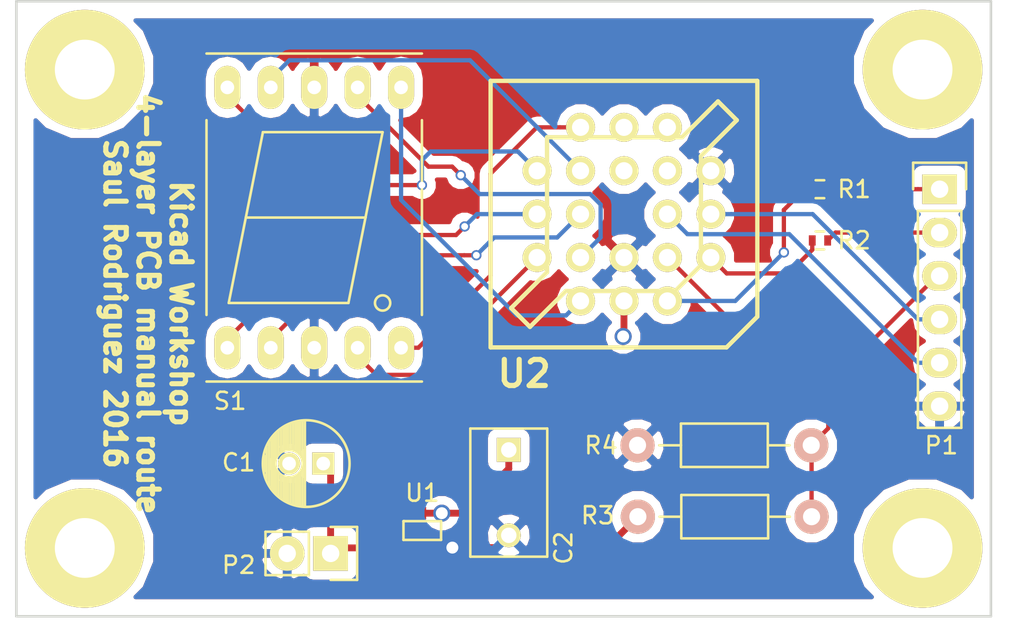
<source format=kicad_pcb>
(kicad_pcb (version 4) (host pcbnew 4.0.4+e1-6308~48~ubuntu16.04.1-stable)

  (general
    (links 31)
    (no_connects 0)
    (area 131.966667 98.924999 192.033334 136.575)
    (thickness 1.6)
    (drawings 5)
    (tracks 137)
    (zones 0)
    (modules 15)
    (nets 27)
  )

  (page A4)
  (layers
    (0 F.Cu signal)
    (1 In1.Cu signal)
    (2 In2.Cu signal)
    (31 B.Cu signal)
    (33 F.Adhes user)
    (35 F.Paste user)
    (37 F.SilkS user)
    (38 B.Mask user)
    (39 F.Mask user)
    (40 Dwgs.User user)
    (41 Cmts.User user)
    (42 Eco1.User user)
    (43 Eco2.User user)
    (44 Edge.Cuts user)
    (45 Margin user)
    (47 F.CrtYd user)
    (49 F.Fab user)
  )

  (setup
    (last_trace_width 0.25)
    (trace_clearance 0.2)
    (zone_clearance 0.508)
    (zone_45_only no)
    (trace_min 0.2)
    (segment_width 0.2)
    (edge_width 0.15)
    (via_size 0.6)
    (via_drill 0.4)
    (via_min_size 0.4)
    (via_min_drill 0.3)
    (user_via 1 0.7)
    (uvia_size 0.3)
    (uvia_drill 0.1)
    (uvias_allowed no)
    (uvia_min_size 0.2)
    (uvia_min_drill 0.1)
    (pcb_text_width 0.3)
    (pcb_text_size 1.5 1.5)
    (mod_edge_width 0.15)
    (mod_text_size 1 1)
    (mod_text_width 0.15)
    (pad_size 1.524 1.524)
    (pad_drill 0.762)
    (pad_to_mask_clearance 0.2)
    (aux_axis_origin 0 0)
    (visible_elements FFFEFF7F)
    (pcbplotparams
      (layerselection 0x010e0_80000007)
      (usegerberextensions true)
      (excludeedgelayer true)
      (linewidth 0.100000)
      (plotframeref false)
      (viasonmask false)
      (mode 1)
      (useauxorigin false)
      (hpglpennumber 1)
      (hpglpenspeed 20)
      (hpglpendiameter 15)
      (hpglpenoverlay 2)
      (psnegative false)
      (psa4output false)
      (plotreference true)
      (plotvalue true)
      (plotinvisibletext false)
      (padsonsilk false)
      (subtractmaskfromsilk false)
      (outputformat 1)
      (mirror false)
      (drillshape 0)
      (scaleselection 1)
      (outputdirectory OUT_GERBER/))
  )

  (net 0 "")
  (net 1 /12V)
  (net 2 GND)
  (net 3 +3V3)
  (net 4 "Net-(P1-Pad1)")
  (net 5 "Net-(P1-Pad2)")
  (net 6 /DIV)
  (net 7 "Net-(P1-Pad4)")
  (net 8 "Net-(P1-Pad5)")
  (net 9 "Net-(R1-Pad1)")
  (net 10 "Net-(R2-Pad1)")
  (net 11 "Net-(S1-Pad1)")
  (net 12 "Net-(S1-Pad2)")
  (net 13 "Net-(S1-Pad4)")
  (net 14 "Net-(S1-Pad5)")
  (net 15 "Net-(S1-Pad6)")
  (net 16 "Net-(S1-Pad7)")
  (net 17 "Net-(S1-Pad9)")
  (net 18 "Net-(S1-Pad10)")
  (net 19 "Net-(U2-Pad9)")
  (net 20 "Net-(U2-Pad10)")
  (net 21 "Net-(U2-Pad11)")
  (net 22 "Net-(U2-Pad12)")
  (net 23 "Net-(P3-Pad1)")
  (net 24 "Net-(P4-Pad1)")
  (net 25 "Net-(P5-Pad1)")
  (net 26 "Net-(P6-Pad1)")

  (net_class Default "This is the default net class."
    (clearance 0.2)
    (trace_width 0.25)
    (via_dia 0.6)
    (via_drill 0.4)
    (uvia_dia 0.3)
    (uvia_drill 0.1)
    (add_net /DIV)
    (add_net "Net-(P1-Pad1)")
    (add_net "Net-(P1-Pad2)")
    (add_net "Net-(P1-Pad4)")
    (add_net "Net-(P1-Pad5)")
    (add_net "Net-(P3-Pad1)")
    (add_net "Net-(P4-Pad1)")
    (add_net "Net-(P5-Pad1)")
    (add_net "Net-(P6-Pad1)")
    (add_net "Net-(R1-Pad1)")
    (add_net "Net-(R2-Pad1)")
    (add_net "Net-(S1-Pad1)")
    (add_net "Net-(S1-Pad10)")
    (add_net "Net-(S1-Pad2)")
    (add_net "Net-(S1-Pad4)")
    (add_net "Net-(S1-Pad5)")
    (add_net "Net-(S1-Pad6)")
    (add_net "Net-(S1-Pad7)")
    (add_net "Net-(S1-Pad9)")
    (add_net "Net-(U2-Pad10)")
    (add_net "Net-(U2-Pad11)")
    (add_net "Net-(U2-Pad12)")
    (add_net "Net-(U2-Pad9)")
  )

  (net_class POWER ""
    (clearance 0.2)
    (trace_width 0.4)
    (via_dia 0.6)
    (via_drill 0.4)
    (uvia_dia 0.3)
    (uvia_drill 0.1)
    (add_net +3V3)
    (add_net /12V)
    (add_net GND)
  )

  (module Capacitors_ThroughHole:C_Radial_D5_L11_P2 (layer F.Cu) (tedit 57FF91BA) (tstamp 57FF8CFB)
    (at 150.95 126.06 180)
    (descr "Radial Electrolytic Capacitor 5mm x Length 11mm, Pitch 2mm")
    (tags "Electrolytic Capacitor")
    (path /57FF7B06)
    (fp_text reference C1 (at 4.95 0.06 180) (layer F.SilkS)
      (effects (font (size 1 1) (thickness 0.15)))
    )
    (fp_text value C (at 1 3.8 180) (layer F.Fab)
      (effects (font (size 1 1) (thickness 0.15)))
    )
    (fp_line (start 1.075 -2.499) (end 1.075 2.499) (layer F.SilkS) (width 0.15))
    (fp_line (start 1.215 -2.491) (end 1.215 -0.154) (layer F.SilkS) (width 0.15))
    (fp_line (start 1.215 0.154) (end 1.215 2.491) (layer F.SilkS) (width 0.15))
    (fp_line (start 1.355 -2.475) (end 1.355 -0.473) (layer F.SilkS) (width 0.15))
    (fp_line (start 1.355 0.473) (end 1.355 2.475) (layer F.SilkS) (width 0.15))
    (fp_line (start 1.495 -2.451) (end 1.495 -0.62) (layer F.SilkS) (width 0.15))
    (fp_line (start 1.495 0.62) (end 1.495 2.451) (layer F.SilkS) (width 0.15))
    (fp_line (start 1.635 -2.418) (end 1.635 -0.712) (layer F.SilkS) (width 0.15))
    (fp_line (start 1.635 0.712) (end 1.635 2.418) (layer F.SilkS) (width 0.15))
    (fp_line (start 1.775 -2.377) (end 1.775 -0.768) (layer F.SilkS) (width 0.15))
    (fp_line (start 1.775 0.768) (end 1.775 2.377) (layer F.SilkS) (width 0.15))
    (fp_line (start 1.915 -2.327) (end 1.915 -0.795) (layer F.SilkS) (width 0.15))
    (fp_line (start 1.915 0.795) (end 1.915 2.327) (layer F.SilkS) (width 0.15))
    (fp_line (start 2.055 -2.266) (end 2.055 -0.798) (layer F.SilkS) (width 0.15))
    (fp_line (start 2.055 0.798) (end 2.055 2.266) (layer F.SilkS) (width 0.15))
    (fp_line (start 2.195 -2.196) (end 2.195 -0.776) (layer F.SilkS) (width 0.15))
    (fp_line (start 2.195 0.776) (end 2.195 2.196) (layer F.SilkS) (width 0.15))
    (fp_line (start 2.335 -2.114) (end 2.335 -0.726) (layer F.SilkS) (width 0.15))
    (fp_line (start 2.335 0.726) (end 2.335 2.114) (layer F.SilkS) (width 0.15))
    (fp_line (start 2.475 -2.019) (end 2.475 -0.644) (layer F.SilkS) (width 0.15))
    (fp_line (start 2.475 0.644) (end 2.475 2.019) (layer F.SilkS) (width 0.15))
    (fp_line (start 2.615 -1.908) (end 2.615 -0.512) (layer F.SilkS) (width 0.15))
    (fp_line (start 2.615 0.512) (end 2.615 1.908) (layer F.SilkS) (width 0.15))
    (fp_line (start 2.755 -1.78) (end 2.755 -0.265) (layer F.SilkS) (width 0.15))
    (fp_line (start 2.755 0.265) (end 2.755 1.78) (layer F.SilkS) (width 0.15))
    (fp_line (start 2.895 -1.631) (end 2.895 1.631) (layer F.SilkS) (width 0.15))
    (fp_line (start 3.035 -1.452) (end 3.035 1.452) (layer F.SilkS) (width 0.15))
    (fp_line (start 3.175 -1.233) (end 3.175 1.233) (layer F.SilkS) (width 0.15))
    (fp_line (start 3.315 -0.944) (end 3.315 0.944) (layer F.SilkS) (width 0.15))
    (fp_line (start 3.455 -0.472) (end 3.455 0.472) (layer F.SilkS) (width 0.15))
    (fp_circle (center 2 0) (end 2 -0.8) (layer F.SilkS) (width 0.15))
    (fp_circle (center 1 0) (end 1 -2.5375) (layer F.SilkS) (width 0.15))
    (fp_circle (center 1 0) (end 1 -2.8) (layer F.CrtYd) (width 0.05))
    (pad 1 thru_hole rect (at 0 0 180) (size 1.3 1.3) (drill 0.8) (layers *.Cu *.Mask F.SilkS)
      (net 1 /12V))
    (pad 2 thru_hole circle (at 2 0 180) (size 1.3 1.3) (drill 0.8) (layers *.Cu *.Mask F.SilkS)
      (net 2 GND))
    (model Capacitors_ThroughHole.3dshapes/C_Radial_D5_L11_P2.wrl
      (at (xyz 0 0 0))
      (scale (xyz 1 1 1))
      (rotate (xyz 0 0 0))
    )
  )

  (module Capacitors_ThroughHole:C_Disc_D7.5_P5 (layer F.Cu) (tedit 57FF91AB) (tstamp 57FF8D01)
    (at 161.8 125.26 270)
    (descr "Capacitor 7.5mm Disc, Pitch 5mm")
    (tags Capacitor)
    (path /57FF7A61)
    (fp_text reference C2 (at 5.74 -3.2 270) (layer F.SilkS)
      (effects (font (size 1 1) (thickness 0.15)))
    )
    (fp_text value C (at 2.5 3.5 270) (layer F.Fab)
      (effects (font (size 1 1) (thickness 0.15)))
    )
    (fp_line (start -1.5 -2.5) (end 6.5 -2.5) (layer F.CrtYd) (width 0.05))
    (fp_line (start 6.5 -2.5) (end 6.5 2.5) (layer F.CrtYd) (width 0.05))
    (fp_line (start 6.5 2.5) (end -1.5 2.5) (layer F.CrtYd) (width 0.05))
    (fp_line (start -1.5 2.5) (end -1.5 -2.5) (layer F.CrtYd) (width 0.05))
    (fp_line (start -1.25 -2.25) (end 6.25 -2.25) (layer F.SilkS) (width 0.15))
    (fp_line (start 6.25 -2.25) (end 6.25 2.25) (layer F.SilkS) (width 0.15))
    (fp_line (start 6.25 2.25) (end -1.25 2.25) (layer F.SilkS) (width 0.15))
    (fp_line (start -1.25 2.25) (end -1.25 -2.25) (layer F.SilkS) (width 0.15))
    (pad 1 thru_hole rect (at 0 0 270) (size 1.4 1.4) (drill 0.9) (layers *.Cu *.Mask F.SilkS)
      (net 3 +3V3))
    (pad 2 thru_hole circle (at 5 0 270) (size 1.4 1.4) (drill 0.9) (layers *.Cu *.Mask F.SilkS)
      (net 2 GND))
    (model Capacitors_ThroughHole.3dshapes/C_Disc_D7.5_P5.wrl
      (at (xyz 0.0984252 0 0))
      (scale (xyz 1 1 1))
      (rotate (xyz 0 0 0))
    )
  )

  (module Pin_Headers:Pin_Header_Straight_1x06 (layer F.Cu) (tedit 0) (tstamp 57FF8D0B)
    (at 187 110)
    (descr "Through hole pin header")
    (tags "pin header")
    (path /57FF8563)
    (fp_text reference P1 (at 0.1 15) (layer F.SilkS)
      (effects (font (size 1 1) (thickness 0.15)))
    )
    (fp_text value CONN_01X06 (at 0 -3.1) (layer F.Fab)
      (effects (font (size 1 1) (thickness 0.15)))
    )
    (fp_line (start -1.75 -1.75) (end -1.75 14.45) (layer F.CrtYd) (width 0.05))
    (fp_line (start 1.75 -1.75) (end 1.75 14.45) (layer F.CrtYd) (width 0.05))
    (fp_line (start -1.75 -1.75) (end 1.75 -1.75) (layer F.CrtYd) (width 0.05))
    (fp_line (start -1.75 14.45) (end 1.75 14.45) (layer F.CrtYd) (width 0.05))
    (fp_line (start 1.27 1.27) (end 1.27 13.97) (layer F.SilkS) (width 0.15))
    (fp_line (start 1.27 13.97) (end -1.27 13.97) (layer F.SilkS) (width 0.15))
    (fp_line (start -1.27 13.97) (end -1.27 1.27) (layer F.SilkS) (width 0.15))
    (fp_line (start 1.55 -1.55) (end 1.55 0) (layer F.SilkS) (width 0.15))
    (fp_line (start 1.27 1.27) (end -1.27 1.27) (layer F.SilkS) (width 0.15))
    (fp_line (start -1.55 0) (end -1.55 -1.55) (layer F.SilkS) (width 0.15))
    (fp_line (start -1.55 -1.55) (end 1.55 -1.55) (layer F.SilkS) (width 0.15))
    (pad 1 thru_hole rect (at 0 0) (size 2.032 1.7272) (drill 1.016) (layers *.Cu *.Mask F.SilkS)
      (net 4 "Net-(P1-Pad1)"))
    (pad 2 thru_hole oval (at 0 2.54) (size 2.032 1.7272) (drill 1.016) (layers *.Cu *.Mask F.SilkS)
      (net 5 "Net-(P1-Pad2)"))
    (pad 3 thru_hole oval (at 0 5.08) (size 2.032 1.7272) (drill 1.016) (layers *.Cu *.Mask F.SilkS)
      (net 6 /DIV))
    (pad 4 thru_hole oval (at 0 7.62) (size 2.032 1.7272) (drill 1.016) (layers *.Cu *.Mask F.SilkS)
      (net 7 "Net-(P1-Pad4)"))
    (pad 5 thru_hole oval (at 0 10.16) (size 2.032 1.7272) (drill 1.016) (layers *.Cu *.Mask F.SilkS)
      (net 8 "Net-(P1-Pad5)"))
    (pad 6 thru_hole oval (at 0 12.7) (size 2.032 1.7272) (drill 1.016) (layers *.Cu *.Mask F.SilkS)
      (net 2 GND))
    (model Pin_Headers.3dshapes/Pin_Header_Straight_1x06.wrl
      (at (xyz 0 -0.25 0))
      (scale (xyz 1 1 1))
      (rotate (xyz 0 0 90))
    )
  )

  (module Pin_Headers:Pin_Header_Straight_1x02 (layer F.Cu) (tedit 57FF91B4) (tstamp 57FF8D11)
    (at 151.38 131.32 270)
    (descr "Through hole pin header")
    (tags "pin header")
    (path /57FF8861)
    (fp_text reference P2 (at 0.68 5.38 360) (layer F.SilkS)
      (effects (font (size 1 1) (thickness 0.15)))
    )
    (fp_text value CONN_01X02 (at 0 -3.1 270) (layer F.Fab)
      (effects (font (size 1 1) (thickness 0.15)))
    )
    (fp_line (start 1.27 1.27) (end 1.27 3.81) (layer F.SilkS) (width 0.15))
    (fp_line (start 1.55 -1.55) (end 1.55 0) (layer F.SilkS) (width 0.15))
    (fp_line (start -1.75 -1.75) (end -1.75 4.3) (layer F.CrtYd) (width 0.05))
    (fp_line (start 1.75 -1.75) (end 1.75 4.3) (layer F.CrtYd) (width 0.05))
    (fp_line (start -1.75 -1.75) (end 1.75 -1.75) (layer F.CrtYd) (width 0.05))
    (fp_line (start -1.75 4.3) (end 1.75 4.3) (layer F.CrtYd) (width 0.05))
    (fp_line (start 1.27 1.27) (end -1.27 1.27) (layer F.SilkS) (width 0.15))
    (fp_line (start -1.55 0) (end -1.55 -1.55) (layer F.SilkS) (width 0.15))
    (fp_line (start -1.55 -1.55) (end 1.55 -1.55) (layer F.SilkS) (width 0.15))
    (fp_line (start -1.27 1.27) (end -1.27 3.81) (layer F.SilkS) (width 0.15))
    (fp_line (start -1.27 3.81) (end 1.27 3.81) (layer F.SilkS) (width 0.15))
    (pad 1 thru_hole rect (at 0 0 270) (size 2.032 2.032) (drill 1.016) (layers *.Cu *.Mask F.SilkS)
      (net 1 /12V))
    (pad 2 thru_hole oval (at 0 2.54 270) (size 2.032 2.032) (drill 1.016) (layers *.Cu *.Mask F.SilkS)
      (net 2 GND))
    (model Pin_Headers.3dshapes/Pin_Header_Straight_1x02.wrl
      (at (xyz 0 -0.05 0))
      (scale (xyz 1 1 1))
      (rotate (xyz 0 0 90))
    )
  )

  (module Resistors_SMD:R_0402 (layer F.Cu) (tedit 57FF90CA) (tstamp 57FF8D17)
    (at 180 110)
    (descr "Resistor SMD 0402, reflow soldering, Vishay (see dcrcw.pdf)")
    (tags "resistor 0402")
    (path /57FF83DC)
    (attr smd)
    (fp_text reference R1 (at 2 0) (layer F.SilkS)
      (effects (font (size 1 1) (thickness 0.15)))
    )
    (fp_text value R (at 0 1.8) (layer F.Fab)
      (effects (font (size 1 1) (thickness 0.15)))
    )
    (fp_line (start -0.95 -0.65) (end 0.95 -0.65) (layer F.CrtYd) (width 0.05))
    (fp_line (start -0.95 0.65) (end 0.95 0.65) (layer F.CrtYd) (width 0.05))
    (fp_line (start -0.95 -0.65) (end -0.95 0.65) (layer F.CrtYd) (width 0.05))
    (fp_line (start 0.95 -0.65) (end 0.95 0.65) (layer F.CrtYd) (width 0.05))
    (fp_line (start 0.25 -0.525) (end -0.25 -0.525) (layer F.SilkS) (width 0.15))
    (fp_line (start -0.25 0.525) (end 0.25 0.525) (layer F.SilkS) (width 0.15))
    (pad 1 smd rect (at -0.45 0) (size 0.4 0.6) (layers F.Cu F.Paste F.Mask)
      (net 9 "Net-(R1-Pad1)"))
    (pad 2 smd rect (at 0.45 0) (size 0.4 0.6) (layers F.Cu F.Paste F.Mask)
      (net 4 "Net-(P1-Pad1)"))
    (model Resistors_SMD.3dshapes/R_0402.wrl
      (at (xyz 0 0 0))
      (scale (xyz 1 1 1))
      (rotate (xyz 0 0 0))
    )
  )

  (module Resistors_SMD:R_0402 (layer F.Cu) (tedit 57FF90CD) (tstamp 57FF8D1D)
    (at 180 113)
    (descr "Resistor SMD 0402, reflow soldering, Vishay (see dcrcw.pdf)")
    (tags "resistor 0402")
    (path /57FF8328)
    (attr smd)
    (fp_text reference R2 (at 2 0) (layer F.SilkS)
      (effects (font (size 1 1) (thickness 0.15)))
    )
    (fp_text value R (at 0 1.8) (layer F.Fab)
      (effects (font (size 1 1) (thickness 0.15)))
    )
    (fp_line (start -0.95 -0.65) (end 0.95 -0.65) (layer F.CrtYd) (width 0.05))
    (fp_line (start -0.95 0.65) (end 0.95 0.65) (layer F.CrtYd) (width 0.05))
    (fp_line (start -0.95 -0.65) (end -0.95 0.65) (layer F.CrtYd) (width 0.05))
    (fp_line (start 0.95 -0.65) (end 0.95 0.65) (layer F.CrtYd) (width 0.05))
    (fp_line (start 0.25 -0.525) (end -0.25 -0.525) (layer F.SilkS) (width 0.15))
    (fp_line (start -0.25 0.525) (end 0.25 0.525) (layer F.SilkS) (width 0.15))
    (pad 1 smd rect (at -0.45 0) (size 0.4 0.6) (layers F.Cu F.Paste F.Mask)
      (net 10 "Net-(R2-Pad1)"))
    (pad 2 smd rect (at 0.45 0) (size 0.4 0.6) (layers F.Cu F.Paste F.Mask)
      (net 5 "Net-(P1-Pad2)"))
    (model Resistors_SMD.3dshapes/R_0402.wrl
      (at (xyz 0 0 0))
      (scale (xyz 1 1 1))
      (rotate (xyz 0 0 0))
    )
  )

  (module Resistors_ThroughHole:Resistor_Horizontal_RM10mm (layer F.Cu) (tedit 57FF91A6) (tstamp 57FF8D23)
    (at 169.35 129.17)
    (descr "Resistor, Axial,  RM 10mm, 1/3W")
    (tags "Resistor Axial RM 10mm 1/3W")
    (path /57FF7C68)
    (fp_text reference R3 (at -2.35 -0.07) (layer F.SilkS)
      (effects (font (size 1 1) (thickness 0.15)))
    )
    (fp_text value R (at 5.08 3.81) (layer F.Fab)
      (effects (font (size 1 1) (thickness 0.15)))
    )
    (fp_line (start -1.25 -1.5) (end 11.4 -1.5) (layer F.CrtYd) (width 0.05))
    (fp_line (start -1.25 1.5) (end -1.25 -1.5) (layer F.CrtYd) (width 0.05))
    (fp_line (start 11.4 -1.5) (end 11.4 1.5) (layer F.CrtYd) (width 0.05))
    (fp_line (start -1.25 1.5) (end 11.4 1.5) (layer F.CrtYd) (width 0.05))
    (fp_line (start 2.54 -1.27) (end 7.62 -1.27) (layer F.SilkS) (width 0.15))
    (fp_line (start 7.62 -1.27) (end 7.62 1.27) (layer F.SilkS) (width 0.15))
    (fp_line (start 7.62 1.27) (end 2.54 1.27) (layer F.SilkS) (width 0.15))
    (fp_line (start 2.54 1.27) (end 2.54 -1.27) (layer F.SilkS) (width 0.15))
    (fp_line (start 2.54 0) (end 1.27 0) (layer F.SilkS) (width 0.15))
    (fp_line (start 7.62 0) (end 8.89 0) (layer F.SilkS) (width 0.15))
    (pad 1 thru_hole circle (at 0 0) (size 1.99898 1.99898) (drill 1.00076) (layers *.Cu *.SilkS *.Mask)
      (net 1 /12V))
    (pad 2 thru_hole circle (at 10.16 0) (size 1.99898 1.99898) (drill 1.00076) (layers *.Cu *.SilkS *.Mask)
      (net 6 /DIV))
    (model Resistors_ThroughHole.3dshapes/Resistor_Horizontal_RM10mm.wrl
      (at (xyz 0.2 0 0))
      (scale (xyz 0.4 0.4 0.4))
      (rotate (xyz 0 0 0))
    )
  )

  (module Resistors_ThroughHole:Resistor_Horizontal_RM10mm (layer F.Cu) (tedit 57FF919F) (tstamp 57FF8D29)
    (at 179.49 124.99 180)
    (descr "Resistor, Axial,  RM 10mm, 1/3W")
    (tags "Resistor Axial RM 10mm 1/3W")
    (path /57FF8D0B)
    (fp_text reference R4 (at 12.29 -0.01 180) (layer F.SilkS)
      (effects (font (size 1 1) (thickness 0.15)))
    )
    (fp_text value R (at 5.08 3.81 180) (layer F.Fab)
      (effects (font (size 1 1) (thickness 0.15)))
    )
    (fp_line (start -1.25 -1.5) (end 11.4 -1.5) (layer F.CrtYd) (width 0.05))
    (fp_line (start -1.25 1.5) (end -1.25 -1.5) (layer F.CrtYd) (width 0.05))
    (fp_line (start 11.4 -1.5) (end 11.4 1.5) (layer F.CrtYd) (width 0.05))
    (fp_line (start -1.25 1.5) (end 11.4 1.5) (layer F.CrtYd) (width 0.05))
    (fp_line (start 2.54 -1.27) (end 7.62 -1.27) (layer F.SilkS) (width 0.15))
    (fp_line (start 7.62 -1.27) (end 7.62 1.27) (layer F.SilkS) (width 0.15))
    (fp_line (start 7.62 1.27) (end 2.54 1.27) (layer F.SilkS) (width 0.15))
    (fp_line (start 2.54 1.27) (end 2.54 -1.27) (layer F.SilkS) (width 0.15))
    (fp_line (start 2.54 0) (end 1.27 0) (layer F.SilkS) (width 0.15))
    (fp_line (start 7.62 0) (end 8.89 0) (layer F.SilkS) (width 0.15))
    (pad 1 thru_hole circle (at 0 0 180) (size 1.99898 1.99898) (drill 1.00076) (layers *.Cu *.SilkS *.Mask)
      (net 6 /DIV))
    (pad 2 thru_hole circle (at 10.16 0 180) (size 1.99898 1.99898) (drill 1.00076) (layers *.Cu *.SilkS *.Mask)
      (net 2 GND))
    (model Resistors_ThroughHole.3dshapes/Resistor_Horizontal_RM10mm.wrl
      (at (xyz 0.2 0 0))
      (scale (xyz 0.4 0.4 0.4))
      (rotate (xyz 0 0 0))
    )
  )

  (module Displays_7-Segment:7SegmentLED_LTS6760_LTS6780 (layer F.Cu) (tedit 57FF90DD) (tstamp 57FF8D37)
    (at 150.42 111.66)
    (path /57FF7DDE)
    (fp_text reference S1 (at -4.92 10.74) (layer F.SilkS)
      (effects (font (size 1 1) (thickness 0.15)))
    )
    (fp_text value 7SEGM (at -0.4 12) (layer F.Fab)
      (effects (font (size 1 1) (thickness 0.15)))
    )
    (fp_circle (center 4 5) (end 4.4 5.2) (layer F.SilkS) (width 0.15))
    (fp_line (start -3 -5) (end -4 0) (layer F.SilkS) (width 0.15))
    (fp_line (start -4 0) (end -5 5) (layer F.SilkS) (width 0.15))
    (fp_line (start -5 5) (end 2 5) (layer F.SilkS) (width 0.15))
    (fp_line (start 2 5) (end 3 0) (layer F.SilkS) (width 0.15))
    (fp_line (start 4 -5) (end 3 0) (layer F.SilkS) (width 0.15))
    (fp_line (start 3 0) (end -4 0) (layer F.SilkS) (width 0.15))
    (fp_line (start -3 -5) (end 4 -5) (layer F.SilkS) (width 0.15))
    (fp_line (start 6.3 9.6) (end -6.3 9.6) (layer F.SilkS) (width 0.15))
    (fp_line (start -6.3 -5.7) (end -6.3 5.7) (layer F.SilkS) (width 0.15))
    (fp_line (start 6.3 -5.7) (end 6.3 5.7) (layer F.SilkS) (width 0.15))
    (fp_line (start -6.3 -9.6) (end 6.3 -9.6) (layer F.SilkS) (width 0.15))
    (pad 1 thru_hole oval (at -5.08 7.62) (size 1.524 2.524) (drill 0.8) (layers *.Cu *.Mask F.SilkS)
      (net 11 "Net-(S1-Pad1)"))
    (pad 2 thru_hole oval (at -2.54 7.62) (size 1.524 2.524) (drill 0.8) (layers *.Cu *.Mask F.SilkS)
      (net 12 "Net-(S1-Pad2)"))
    (pad 3 thru_hole oval (at 0 7.62) (size 1.524 2.524) (drill 0.8) (layers *.Cu *.Mask F.SilkS)
      (net 2 GND))
    (pad 4 thru_hole oval (at 2.54 7.62) (size 1.524 2.524) (drill 0.8) (layers *.Cu *.Mask F.SilkS)
      (net 13 "Net-(S1-Pad4)"))
    (pad 5 thru_hole oval (at 5.08 7.62) (size 1.524 2.524) (drill 0.8) (layers *.Cu *.Mask F.SilkS)
      (net 14 "Net-(S1-Pad5)"))
    (pad 6 thru_hole oval (at 5.08 -7.62) (size 1.524 2.524) (drill 0.8) (layers *.Cu *.Mask F.SilkS)
      (net 15 "Net-(S1-Pad6)"))
    (pad 7 thru_hole oval (at 2.54 -7.62) (size 1.524 2.524) (drill 0.8) (layers *.Cu *.Mask F.SilkS)
      (net 16 "Net-(S1-Pad7)"))
    (pad 8 thru_hole oval (at 0 -7.62) (size 1.524 2.524) (drill 0.8) (layers *.Cu *.Mask F.SilkS)
      (net 2 GND))
    (pad 9 thru_hole oval (at -2.54 -7.62) (size 1.524 2.524) (drill 0.8) (layers *.Cu *.Mask F.SilkS)
      (net 17 "Net-(S1-Pad9)"))
    (pad 10 thru_hole oval (at -5.08 -7.62) (size 1.524 2.524) (drill 0.8) (layers *.Cu *.Mask F.SilkS)
      (net 18 "Net-(S1-Pad10)"))
    (model Displays_7-Segment.3dshapes/7SegmentLED_LTS6760_LTS6780.wrl
      (at (xyz 0 0 0))
      (scale (xyz 0.3937 0.3937 0.3937))
      (rotate (xyz 0 0 0))
    )
  )

  (module MY_FOOTPRINTS:SC-70 (layer F.Cu) (tedit 56EA2234) (tstamp 57FF8D47)
    (at 156.74 129.98)
    (descr "SC70 SOT323")
    (path /57FFA250)
    (attr smd)
    (fp_text reference U1 (at 0 -2.2) (layer F.SilkS)
      (effects (font (size 1 1) (thickness 0.15)))
    )
    (fp_text value REG12V3V (at 0 2.4) (layer F.Fab)
      (effects (font (size 1 1) (thickness 0.15)))
    )
    (fp_line (start 1.3 -1.7) (end 1.3 1.7) (layer F.CrtYd) (width 0.05))
    (fp_line (start -1.3 -1.7) (end 1.3 -1.7) (layer F.CrtYd) (width 0.05))
    (fp_line (start -1.3 1.7) (end -1.3 -1.7) (layer F.CrtYd) (width 0.05))
    (fp_line (start 1.3 1.7) (end -1.3 1.7) (layer F.CrtYd) (width 0.05))
    (fp_line (start -1.1 -0.55) (end -1.1 0.55) (layer F.SilkS) (width 0.15))
    (fp_line (start -1.1 0.55) (end 1.1 0.55) (layer F.SilkS) (width 0.15))
    (fp_line (start 1.1 0.55) (end 1.1 -0.55) (layer F.SilkS) (width 0.15))
    (fp_line (start 1.1 -0.55) (end -1.05 -0.55) (layer F.SilkS) (width 0.15))
    (fp_line (start -1.05 -0.55) (end -1.1 -0.55) (layer F.SilkS) (width 0.15))
    (pad 1 smd rect (at -0.6604 1.016) (size 0.4572 0.7112) (layers F.Cu F.Paste F.Mask)
      (net 1 /12V))
    (pad 2 smd rect (at 0.6604 1.016) (size 0.4572 0.7112) (layers F.Cu F.Paste F.Mask)
      (net 2 GND))
    (pad 3 smd rect (at 0 -1.016) (size 0.4572 0.7112) (layers F.Cu F.Paste F.Mask)
      (net 3 +3V3))
    (model TO_SOT_Packages_SMD.3dshapes/SC-70.wrl
      (at (xyz 0 0 0))
      (scale (xyz 1 1 1))
      (rotate (xyz 0 0 0))
    )
  )

  (module w_pth_plcc:plcc20_pth-skt (layer F.Cu) (tedit 57FF9194) (tstamp 57FF8D5F)
    (at 168.537341 111.4592)
    (path /57FF8066)
    (fp_text reference U2 (at -5.837341 9.3408 180) (layer F.SilkS)
      (effects (font (thickness 0.3048)))
    )
    (fp_text value MYASIC (at 0.462659 9.5408) (layer F.SilkS) hide
      (effects (font (thickness 0.3048)))
    )
    (fp_line (start -4.50088 3.40106) (end -4.50088 -4.50088) (layer F.SilkS) (width 0.254))
    (fp_line (start -4.50088 -4.50088) (end 3.40106 -4.50088) (layer F.SilkS) (width 0.254))
    (fp_line (start 3.40106 -4.50088) (end 5.4991 -6.59892) (layer F.SilkS) (width 0.254))
    (fp_line (start 5.4991 -6.59892) (end 6.59892 -5.4991) (layer F.SilkS) (width 0.254))
    (fp_line (start 6.59892 -5.4991) (end 4.50088 -3.40106) (layer F.SilkS) (width 0.254))
    (fp_line (start 4.50088 -3.40106) (end 4.50088 2.99974) (layer F.SilkS) (width 0.254))
    (fp_line (start 4.50088 2.99974) (end 2.99974 4.50088) (layer F.SilkS) (width 0.254))
    (fp_line (start 2.99974 4.50088) (end -3.40106 4.50088) (layer F.SilkS) (width 0.254))
    (fp_line (start -4.50088 3.40106) (end -6.59892 5.4991) (layer F.SilkS) (width 0.254))
    (fp_line (start -6.59892 5.4991) (end -5.4991 6.59892) (layer F.SilkS) (width 0.254))
    (fp_line (start -5.4991 6.59892) (end -3.40106 4.50088) (layer F.SilkS) (width 0.254))
    (fp_line (start 7.80034 -7.80034) (end -7.80034 -7.80034) (layer F.SilkS) (width 0.254))
    (fp_line (start -7.80034 -7.80034) (end -7.80034 7.80034) (layer F.SilkS) (width 0.254))
    (fp_line (start -7.80034 7.80034) (end 5.99948 7.80034) (layer F.SilkS) (width 0.254))
    (fp_line (start 5.99948 7.80034) (end 7.80034 5.99948) (layer F.SilkS) (width 0.254))
    (fp_line (start 7.80034 5.99948) (end 7.80034 -7.80034) (layer F.SilkS) (width 0.254))
    (pad 1 thru_hole circle (at 0 5.08) (size 1.69926 1.69926) (drill 1.00076) (layers *.Cu *.Mask F.SilkS)
      (net 3 +3V3))
    (pad 2 thru_hole circle (at 0 2.54) (size 1.69926 1.69926) (drill 1.00076) (layers *.Cu *.Mask F.SilkS)
      (net 2 GND))
    (pad 3 thru_hole circle (at 2.54 5.08) (size 1.69926 1.69926) (drill 1.00076) (layers *.Cu *.Mask F.SilkS)
      (net 9 "Net-(R1-Pad1)"))
    (pad 4 thru_hole circle (at 5.08 2.54) (size 1.69926 1.69926) (drill 1.00076) (layers *.Cu *.Mask F.SilkS)
      (net 10 "Net-(R2-Pad1)"))
    (pad 5 thru_hole circle (at 2.54 2.54) (size 1.69926 1.69926) (drill 1.00076) (layers *.Cu *.Mask F.SilkS)
      (net 6 /DIV))
    (pad 6 thru_hole circle (at 5.08 0) (size 1.69926 1.69926) (drill 1.00076) (layers *.Cu *.Mask F.SilkS)
      (net 7 "Net-(P1-Pad4)"))
    (pad 7 thru_hole circle (at 2.54 0) (size 1.69926 1.69926) (drill 1.00076) (layers *.Cu *.Mask F.SilkS)
      (net 8 "Net-(P1-Pad5)"))
    (pad 8 thru_hole circle (at 5.08 -2.54) (size 1.69926 1.69926) (drill 1.00076) (layers *.Cu *.Mask F.SilkS)
      (net 2 GND))
    (pad 9 thru_hole circle (at 2.54 -5.08) (size 1.69926 1.69926) (drill 1.00076) (layers *.Cu *.Mask F.SilkS)
      (net 19 "Net-(U2-Pad9)"))
    (pad 10 thru_hole circle (at 2.54 -2.54) (size 1.69926 1.69926) (drill 1.00076) (layers *.Cu *.Mask F.SilkS)
      (net 20 "Net-(U2-Pad10)"))
    (pad 11 thru_hole circle (at 0 -5.08) (size 1.69926 1.69926) (drill 1.00076) (layers *.Cu *.Mask F.SilkS)
      (net 21 "Net-(U2-Pad11)"))
    (pad 12 thru_hole circle (at 0 -2.54) (size 1.69926 1.69926) (drill 1.00076) (layers *.Cu *.Mask F.SilkS)
      (net 22 "Net-(U2-Pad12)"))
    (pad 13 thru_hole circle (at -2.54 -5.08) (size 1.69926 1.69926) (drill 1.00076) (layers *.Cu *.Mask F.SilkS)
      (net 14 "Net-(S1-Pad5)"))
    (pad 14 thru_hole circle (at -5.08 -2.54) (size 1.69926 1.69926) (drill 1.00076) (layers *.Cu *.Mask F.SilkS)
      (net 18 "Net-(S1-Pad10)"))
    (pad 15 thru_hole circle (at -2.54 -2.54) (size 1.69926 1.69926) (drill 1.00076) (layers *.Cu *.Mask F.SilkS)
      (net 17 "Net-(S1-Pad9)"))
    (pad 16 thru_hole circle (at -5.08 0) (size 1.69926 1.69926) (drill 1.00076) (layers *.Cu *.Mask F.SilkS)
      (net 11 "Net-(S1-Pad1)"))
    (pad 17 thru_hole circle (at -2.54 0) (size 1.69926 1.69926) (drill 1.00076) (layers *.Cu *.Mask F.SilkS)
      (net 12 "Net-(S1-Pad2)"))
    (pad 18 thru_hole circle (at -5.08 2.54) (size 1.69926 1.69926) (drill 1.00076) (layers *.Cu *.Mask F.SilkS)
      (net 13 "Net-(S1-Pad4)"))
    (pad 19 thru_hole circle (at -2.54 5.08) (size 1.69926 1.69926) (drill 1.00076) (layers *.Cu *.Mask F.SilkS)
      (net 15 "Net-(S1-Pad6)"))
    (pad 20 thru_hole circle (at -2.54 2.54) (size 1.69926 1.69926) (drill 1.00076) (layers *.Cu *.Mask F.SilkS)
      (net 16 "Net-(S1-Pad7)"))
    (model walter/pth_plcc/plcc20_pth-skt.wrl
      (at (xyz 0 0 0))
      (scale (xyz 1 1 1))
      (rotate (xyz 0 0 0))
    )
  )

  (module Mounting_Holes:MountingHole_3.5mm_Pad (layer F.Cu) (tedit 57FF90D8) (tstamp 57FF8FC9)
    (at 137 103)
    (descr "Mounting Hole 3.5mm")
    (tags "mounting hole 3.5mm")
    (path /57FFAC41)
    (fp_text reference P3 (at 0 0) (layer F.SilkS)
      (effects (font (size 1 1) (thickness 0.15)))
    )
    (fp_text value CONN_01X01 (at 0 4.5) (layer F.Fab)
      (effects (font (size 1 1) (thickness 0.15)))
    )
    (fp_circle (center 0 0) (end 3.5 0) (layer Cmts.User) (width 0.15))
    (fp_circle (center 0 0) (end 3.75 0) (layer F.CrtYd) (width 0.05))
    (pad 1 thru_hole circle (at 0 0) (size 7 7) (drill 3.5) (layers *.Cu *.Mask F.SilkS)
      (net 23 "Net-(P3-Pad1)"))
  )

  (module Mounting_Holes:MountingHole_3.5mm_Pad (layer F.Cu) (tedit 57FF90D0) (tstamp 57FF8FCE)
    (at 186 103)
    (descr "Mounting Hole 3.5mm")
    (tags "mounting hole 3.5mm")
    (path /57FFAE8D)
    (fp_text reference P4 (at 0 0) (layer F.SilkS)
      (effects (font (size 1 1) (thickness 0.15)))
    )
    (fp_text value CONN_01X01 (at 0 4.5) (layer F.Fab)
      (effects (font (size 1 1) (thickness 0.15)))
    )
    (fp_circle (center 0 0) (end 3.5 0) (layer Cmts.User) (width 0.15))
    (fp_circle (center 0 0) (end 3.75 0) (layer F.CrtYd) (width 0.05))
    (pad 1 thru_hole circle (at 0 0) (size 7 7) (drill 3.5) (layers *.Cu *.Mask F.SilkS)
      (net 24 "Net-(P4-Pad1)"))
  )

  (module Mounting_Holes:MountingHole_3.5mm_Pad (layer F.Cu) (tedit 57FF90E1) (tstamp 57FF8FD3)
    (at 137 131)
    (descr "Mounting Hole 3.5mm")
    (tags "mounting hole 3.5mm")
    (path /57FFADF8)
    (fp_text reference P5 (at 0 1) (layer F.SilkS)
      (effects (font (size 1 1) (thickness 0.15)))
    )
    (fp_text value CONN_01X01 (at 0 4.5) (layer F.Fab)
      (effects (font (size 1 1) (thickness 0.15)))
    )
    (fp_circle (center 0 0) (end 3.5 0) (layer Cmts.User) (width 0.15))
    (fp_circle (center 0 0) (end 3.75 0) (layer F.CrtYd) (width 0.05))
    (pad 1 thru_hole circle (at 0 0) (size 7 7) (drill 3.5) (layers *.Cu *.Mask F.SilkS)
      (net 25 "Net-(P5-Pad1)"))
  )

  (module Mounting_Holes:MountingHole_3.5mm_Pad (layer F.Cu) (tedit 57FF90D2) (tstamp 57FF8FD8)
    (at 186 131)
    (descr "Mounting Hole 3.5mm")
    (tags "mounting hole 3.5mm")
    (path /57FFAE45)
    (fp_text reference P6 (at 0 0) (layer F.SilkS)
      (effects (font (size 1 1) (thickness 0.15)))
    )
    (fp_text value CONN_01X01 (at 0 4.5) (layer F.Fab)
      (effects (font (size 1 1) (thickness 0.15)))
    )
    (fp_circle (center 0 0) (end 3.5 0) (layer Cmts.User) (width 0.15))
    (fp_circle (center 0 0) (end 3.75 0) (layer F.CrtYd) (width 0.05))
    (pad 1 thru_hole circle (at 0 0) (size 7 7) (drill 3.5) (layers *.Cu *.Mask F.SilkS)
      (net 26 "Net-(P6-Pad1)"))
  )

  (gr_text "Kicad Workshop\n4-layer PCB manual route\nSaul Rodriguez 2016" (at 140.7 116.7 270) (layer F.SilkS)
    (effects (font (size 1.2 1.2) (thickness 0.3)))
  )
  (gr_line (start 133 135) (end 133 99) (angle 90) (layer Edge.Cuts) (width 0.15))
  (gr_line (start 190 135) (end 133 135) (angle 90) (layer Edge.Cuts) (width 0.15))
  (gr_line (start 190 99) (end 190 135) (angle 90) (layer Edge.Cuts) (width 0.15))
  (gr_line (start 133 99) (end 190 99) (angle 90) (layer Edge.Cuts) (width 0.15))

  (segment (start 156.836074 131.879474) (end 156.0796 131.123) (width 0.4) (layer F.Cu) (net 1))
  (segment (start 166.640526 131.879474) (end 156.836074 131.879474) (width 0.4) (layer F.Cu) (net 1))
  (segment (start 156.0796 131.123) (end 156.0796 130.996) (width 0.4) (layer F.Cu) (net 1))
  (segment (start 169.35 129.17) (end 166.640526 131.879474) (width 0.4) (layer F.Cu) (net 1))
  (segment (start 156.0796 130.996) (end 151.704 130.996) (width 0.4) (layer F.Cu) (net 1))
  (segment (start 151.704 130.996) (end 151.38 131.32) (width 0.4) (layer F.Cu) (net 1))
  (segment (start 151.38 131.32) (end 151.38 126.49) (width 0.4) (layer F.Cu) (net 1))
  (segment (start 151.38 126.49) (end 150.95 126.06) (width 0.4) (layer F.Cu) (net 1))
  (segment (start 158.5 130.979472) (end 161.080528 130.979472) (width 0.4) (layer F.Cu) (net 2))
  (segment (start 157.4004 130.996) (end 158.483472 130.996) (width 0.4) (layer F.Cu) (net 2))
  (via (at 158.5 130.979472) (size 1) (drill 0.7) (layers F.Cu B.Cu) (net 2))
  (segment (start 158.483472 130.996) (end 158.5 130.979472) (width 0.4) (layer F.Cu) (net 2))
  (segment (start 161.080528 130.979472) (end 161.8 130.26) (width 0.4) (layer F.Cu) (net 2))
  (segment (start 150.42 119.28) (end 150.42 104.04) (width 0.4) (layer In1.Cu) (net 2))
  (segment (start 169.786972 123.119536) (end 169.786972 122.46) (width 0.4) (layer In1.Cu) (net 2))
  (segment (start 169.786972 122.46) (end 169.786972 115.248831) (width 0.4) (layer In1.Cu) (net 2))
  (segment (start 187 122.7) (end 185.584 122.7) (width 0.4) (layer In1.Cu) (net 2))
  (segment (start 185.584 122.7) (end 185.344 122.46) (width 0.4) (layer In1.Cu) (net 2))
  (segment (start 185.344 122.46) (end 169.786972 122.46) (width 0.4) (layer In1.Cu) (net 2))
  (segment (start 161.8 130.26) (end 160.810051 130.26) (width 0.4) (layer In1.Cu) (net 2))
  (segment (start 160.810051 130.26) (end 158.33405 132.736001) (width 0.4) (layer In1.Cu) (net 2))
  (segment (start 158.33405 132.736001) (end 150.043999 132.736001) (width 0.4) (layer In1.Cu) (net 2))
  (segment (start 149.855999 132.548001) (end 149.855999 132.335999) (width 0.4) (layer In1.Cu) (net 2))
  (segment (start 150.043999 132.736001) (end 149.855999 132.548001) (width 0.4) (layer In1.Cu) (net 2))
  (segment (start 149.855999 132.335999) (end 148.84 131.32) (width 0.4) (layer In1.Cu) (net 2))
  (segment (start 148.95 126.06) (end 148.95 120.75) (width 0.4) (layer In1.Cu) (net 2))
  (segment (start 148.95 120.75) (end 150.42 119.28) (width 0.4) (layer In1.Cu) (net 2))
  (segment (start 148.84 131.32) (end 148.84 126.17) (width 0.4) (layer In1.Cu) (net 2))
  (segment (start 148.84 126.17) (end 148.95 126.06) (width 0.4) (layer In1.Cu) (net 2))
  (segment (start 161.8 130.26) (end 164.06 130.26) (width 0.4) (layer In1.Cu) (net 2))
  (segment (start 164.06 130.26) (end 169.33 124.99) (width 0.4) (layer In1.Cu) (net 2))
  (segment (start 168.537341 113.9992) (end 169.786972 112.749569) (width 0.4) (layer In1.Cu) (net 2))
  (segment (start 172.767712 109.768829) (end 173.617341 108.9192) (width 0.4) (layer In1.Cu) (net 2))
  (segment (start 169.786972 112.749569) (end 169.786972 110.900114) (width 0.4) (layer In1.Cu) (net 2))
  (segment (start 169.786972 110.900114) (end 170.477517 110.209569) (width 0.4) (layer In1.Cu) (net 2))
  (segment (start 170.477517 110.209569) (end 172.326972 110.209569) (width 0.4) (layer In1.Cu) (net 2))
  (segment (start 172.326972 110.209569) (end 172.767712 109.768829) (width 0.4) (layer In1.Cu) (net 2))
  (segment (start 169.33 124.99) (end 169.33 123.576508) (width 0.4) (layer In1.Cu) (net 2))
  (segment (start 169.33 123.576508) (end 169.786972 123.119536) (width 0.4) (layer In1.Cu) (net 2))
  (segment (start 169.786972 115.248831) (end 169.38697 114.848829) (width 0.4) (layer In1.Cu) (net 2))
  (segment (start 169.38697 114.848829) (end 168.537341 113.9992) (width 0.4) (layer In1.Cu) (net 2))
  (segment (start 161.8 125.26) (end 161.8 124.16) (width 0.4) (layer In2.Cu) (net 3))
  (segment (start 161.8 124.16) (end 167.34 118.62) (width 0.4) (layer In2.Cu) (net 3))
  (segment (start 167.34 118.62) (end 167.782894 118.62) (width 0.4) (layer In2.Cu) (net 3))
  (segment (start 167.782894 118.62) (end 168.49 118.62) (width 0.4) (layer In2.Cu) (net 3))
  (segment (start 157.88 128.964) (end 159.196 128.964) (width 0.4) (layer F.Cu) (net 3))
  (segment (start 156.74 128.964) (end 157.88 128.964) (width 0.4) (layer F.Cu) (net 3))
  (via (at 157.88 128.964) (size 1) (drill 0.7) (layers F.Cu B.Cu) (net 3))
  (segment (start 168.537341 116.5392) (end 168.537341 118.572659) (width 0.4) (layer F.Cu) (net 3))
  (via (at 168.49 118.62) (size 1) (drill 0.7) (layers F.Cu B.Cu) (net 3))
  (segment (start 168.537341 118.572659) (end 168.49 118.62) (width 0.4) (layer F.Cu) (net 3))
  (segment (start 159.196 128.964) (end 161.8 126.36) (width 0.4) (layer F.Cu) (net 3))
  (segment (start 161.8 126.36) (end 161.8 125.26) (width 0.4) (layer F.Cu) (net 3))
  (segment (start 187 110) (end 185.734 110) (width 0.25) (layer F.Cu) (net 4))
  (segment (start 185.734 110) (end 180.45 110) (width 0.25) (layer F.Cu) (net 4))
  (segment (start 187 112.54) (end 180.91 112.54) (width 0.25) (layer F.Cu) (net 5))
  (segment (start 180.91 112.54) (end 180.45 113) (width 0.25) (layer F.Cu) (net 5))
  (segment (start 171.077341 113.9992) (end 178.516252 121.438111) (width 0.25) (layer F.Cu) (net 6))
  (segment (start 178.516252 121.438111) (end 180.489489 121.438111) (width 0.25) (layer F.Cu) (net 6))
  (segment (start 179.49 124.99) (end 180.489489 123.990511) (width 0.25) (layer F.Cu) (net 6))
  (segment (start 180.489489 123.990511) (end 180.489489 121.438111) (width 0.25) (layer F.Cu) (net 6))
  (segment (start 180.489489 121.438111) (end 186.8476 115.08) (width 0.25) (layer F.Cu) (net 6))
  (segment (start 186.8476 115.08) (end 187 115.08) (width 0.25) (layer F.Cu) (net 6))
  (segment (start 179.51 129.17) (end 179.51 125.01) (width 0.25) (layer F.Cu) (net 6))
  (segment (start 179.51 125.01) (end 179.49 124.99) (width 0.25) (layer F.Cu) (net 6))
  (segment (start 187 117.62) (end 185.734 117.62) (width 0.25) (layer B.Cu) (net 7))
  (segment (start 185.734 117.62) (end 179.5732 111.4592) (width 0.25) (layer B.Cu) (net 7))
  (segment (start 179.5732 111.4592) (end 174.818899 111.4592) (width 0.25) (layer B.Cu) (net 7))
  (segment (start 174.818899 111.4592) (end 173.617341 111.4592) (width 0.25) (layer B.Cu) (net 7))
  (segment (start 187 120.16) (end 185.734 120.16) (width 0.25) (layer B.Cu) (net 8))
  (segment (start 178.207831 112.633831) (end 172.251972 112.633831) (width 0.25) (layer B.Cu) (net 8))
  (segment (start 185.734 120.16) (end 178.207831 112.633831) (width 0.25) (layer B.Cu) (net 8))
  (segment (start 172.251972 112.633831) (end 171.92697 112.308829) (width 0.25) (layer B.Cu) (net 8))
  (segment (start 171.92697 112.308829) (end 171.077341 111.4592) (width 0.25) (layer B.Cu) (net 8))
  (segment (start 175.0508 116.5392) (end 177.89 113.7) (width 0.25) (layer B.Cu) (net 9))
  (via (at 177.89 113.7) (size 0.6) (drill 0.4) (layers F.Cu B.Cu) (net 9))
  (segment (start 177.89 113.7) (end 177.89 111.21) (width 0.25) (layer F.Cu) (net 9))
  (segment (start 177.89 111.21) (end 179.1 110) (width 0.25) (layer F.Cu) (net 9))
  (segment (start 179.1 110) (end 179.55 110) (width 0.25) (layer F.Cu) (net 9))
  (segment (start 171.077341 116.5392) (end 175.0508 116.5392) (width 0.25) (layer B.Cu) (net 9))
  (segment (start 178.17 114.93) (end 174.548141 114.93) (width 0.25) (layer F.Cu) (net 10))
  (segment (start 174.548141 114.93) (end 173.617341 113.9992) (width 0.25) (layer F.Cu) (net 10))
  (segment (start 179.55 113) (end 179.55 113.55) (width 0.25) (layer F.Cu) (net 10))
  (segment (start 179.55 113.55) (end 178.17 114.93) (width 0.25) (layer F.Cu) (net 10))
  (via (at 159.21837 112.18163) (size 0.6) (drill 0.4) (layers F.Cu B.Cu) (net 11))
  (segment (start 145.34 119.28) (end 145.34 118.78) (width 0.25) (layer F.Cu) (net 11))
  (segment (start 145.34 118.78) (end 151.438371 112.681629) (width 0.25) (layer F.Cu) (net 11))
  (segment (start 151.438371 112.681629) (end 158.718371 112.681629) (width 0.25) (layer F.Cu) (net 11))
  (segment (start 158.718371 112.681629) (end 159.21837 112.18163) (width 0.25) (layer F.Cu) (net 11))
  (segment (start 159.9408 111.4592) (end 159.21837 112.18163) (width 0.25) (layer B.Cu) (net 11))
  (segment (start 163.457341 111.4592) (end 159.9408 111.4592) (width 0.25) (layer B.Cu) (net 11))
  (segment (start 160.40337 113.36663) (end 159.903371 113.866629) (width 0.25) (layer B.Cu) (net 12))
  (via (at 159.903371 113.866629) (size 0.6) (drill 0.4) (layers F.Cu B.Cu) (net 12))
  (segment (start 160.40337 113.36663) (end 160.945431 112.824569) (width 0.25) (layer B.Cu) (net 12))
  (segment (start 160.945431 112.824569) (end 164.631972 112.824569) (width 0.25) (layer B.Cu) (net 12))
  (segment (start 164.631972 112.824569) (end 165.997341 111.4592) (width 0.25) (layer B.Cu) (net 12))
  (segment (start 152.793371 113.866629) (end 159.196265 113.866629) (width 0.25) (layer F.Cu) (net 12))
  (segment (start 159.196265 113.866629) (end 159.903371 113.866629) (width 0.25) (layer F.Cu) (net 12))
  (segment (start 147.88 119.28) (end 147.88 118.78) (width 0.25) (layer F.Cu) (net 12))
  (segment (start 147.88 118.78) (end 152.793371 113.866629) (width 0.25) (layer F.Cu) (net 12))
  (segment (start 152.96 119.28) (end 152.96 119.78) (width 0.25) (layer F.Cu) (net 13))
  (segment (start 152.96 119.78) (end 154.04701 120.86701) (width 0.25) (layer F.Cu) (net 13))
  (segment (start 154.04701 120.86701) (end 156.589531 120.86701) (width 0.25) (layer F.Cu) (net 13))
  (segment (start 156.589531 120.86701) (end 162.607712 114.848829) (width 0.25) (layer F.Cu) (net 13))
  (segment (start 162.607712 114.848829) (end 163.457341 113.9992) (width 0.25) (layer F.Cu) (net 13))
  (segment (start 155.5 119.28) (end 156.512 119.28) (width 0.25) (layer F.Cu) (net 14))
  (segment (start 163.4408 106.3792) (end 164.795783 106.3792) (width 0.25) (layer F.Cu) (net 14))
  (segment (start 160.728372 115.063628) (end 160.728372 109.091628) (width 0.25) (layer F.Cu) (net 14))
  (segment (start 156.512 119.28) (end 160.728372 115.063628) (width 0.25) (layer F.Cu) (net 14))
  (segment (start 160.728372 109.091628) (end 163.4408 106.3792) (width 0.25) (layer F.Cu) (net 14))
  (segment (start 164.795783 106.3792) (end 165.997341 106.3792) (width 0.25) (layer F.Cu) (net 14))
  (segment (start 162.258829 117.388829) (end 155.5 110.63) (width 0.25) (layer B.Cu) (net 15))
  (segment (start 155.5 110.63) (end 155.5 104.04) (width 0.25) (layer B.Cu) (net 15))
  (segment (start 165.997341 116.5392) (end 165.147712 117.388829) (width 0.25) (layer B.Cu) (net 15))
  (segment (start 165.147712 117.388829) (end 162.258829 117.388829) (width 0.25) (layer B.Cu) (net 15))
  (segment (start 158.99 109.18) (end 160.094569 110.284569) (width 0.25) (layer B.Cu) (net 16))
  (segment (start 160.094569 110.284569) (end 166.561165 110.284569) (width 0.25) (layer B.Cu) (net 16))
  (segment (start 166.561165 110.284569) (end 167.171972 110.895376) (width 0.25) (layer B.Cu) (net 16))
  (segment (start 167.171972 110.895376) (end 167.171972 112.824569) (width 0.25) (layer B.Cu) (net 16))
  (segment (start 167.171972 112.824569) (end 165.997341 113.9992) (width 0.25) (layer B.Cu) (net 16))
  (via (at 158.99 109.18) (size 0.6) (drill 0.4) (layers F.Cu B.Cu) (net 16))
  (segment (start 158.99 109.18) (end 158.490001 108.680001) (width 0.25) (layer F.Cu) (net 16))
  (segment (start 157.100001 108.680001) (end 152.96 104.54) (width 0.25) (layer F.Cu) (net 16))
  (segment (start 158.490001 108.680001) (end 157.100001 108.680001) (width 0.25) (layer F.Cu) (net 16))
  (segment (start 152.96 104.54) (end 152.96 104.04) (width 0.25) (layer F.Cu) (net 16))
  (segment (start 165.997341 108.9192) (end 159.531131 102.45299) (width 0.25) (layer B.Cu) (net 17))
  (segment (start 159.531131 102.45299) (end 148.96701 102.45299) (width 0.25) (layer B.Cu) (net 17))
  (segment (start 148.96701 102.45299) (end 147.88 103.54) (width 0.25) (layer B.Cu) (net 17))
  (segment (start 147.88 103.54) (end 147.88 104.04) (width 0.25) (layer B.Cu) (net 17))
  (segment (start 156.72 109.76) (end 156.72 108.301289) (width 0.25) (layer B.Cu) (net 18))
  (segment (start 156.72 108.301289) (end 157.229503 107.791786) (width 0.25) (layer B.Cu) (net 18))
  (segment (start 157.229503 107.791786) (end 162.329927 107.791786) (width 0.25) (layer B.Cu) (net 18))
  (segment (start 162.329927 107.791786) (end 163.457341 108.9192) (width 0.25) (layer B.Cu) (net 18))
  (via (at 156.72 109.76) (size 0.6) (drill 0.4) (layers F.Cu B.Cu) (net 18))
  (segment (start 156.72 109.76) (end 150.56 109.76) (width 0.25) (layer F.Cu) (net 18))
  (segment (start 150.56 109.76) (end 145.34 104.54) (width 0.25) (layer F.Cu) (net 18))
  (segment (start 145.34 104.54) (end 145.34 104.04) (width 0.25) (layer F.Cu) (net 18))

  (zone (net 2) (net_name GND) (layer F.Cu) (tstamp 0) (hatch edge 0.508)
    (connect_pads (clearance 0.508))
    (min_thickness 0.254)
    (fill yes (arc_segments 16) (thermal_gap 0.508) (thermal_bridge_width 0.508))
    (polygon
      (pts
        (xy 134 100) (xy 189 100) (xy 189 134) (xy 134 134)
      )
    )
    (filled_polygon
      (pts
        (xy 182.496562 100.654653) (xy 181.86572 102.173889) (xy 181.864284 103.818894) (xy 182.492474 105.339229) (xy 183.654653 106.503438)
        (xy 185.173889 107.13428) (xy 186.818894 107.135716) (xy 188.339229 106.507526) (xy 188.873 105.974686) (xy 188.873 128.025137)
        (xy 188.345347 127.496562) (xy 186.826111 126.86572) (xy 185.181106 126.864284) (xy 183.660771 127.492474) (xy 182.496562 128.654653)
        (xy 181.86572 130.173889) (xy 181.864284 131.818894) (xy 182.492474 133.339229) (xy 183.025314 133.873) (xy 139.974863 133.873)
        (xy 140.503438 133.345347) (xy 141.13428 131.826111) (xy 141.134387 131.702946) (xy 147.234017 131.702946) (xy 147.502812 132.288379)
        (xy 147.975182 132.726385) (xy 148.457056 132.925975) (xy 148.713 132.806836) (xy 148.713 131.447) (xy 147.352633 131.447)
        (xy 147.234017 131.702946) (xy 141.134387 131.702946) (xy 141.135055 130.937054) (xy 147.234017 130.937054) (xy 147.352633 131.193)
        (xy 148.713 131.193) (xy 148.713 129.833164) (xy 148.457056 129.714025) (xy 147.975182 129.913615) (xy 147.502812 130.351621)
        (xy 147.234017 130.937054) (xy 141.135055 130.937054) (xy 141.135716 130.181106) (xy 140.507526 128.660771) (xy 139.345347 127.496562)
        (xy 137.826111 126.86572) (xy 136.181106 126.864284) (xy 134.660771 127.492474) (xy 134.127 128.025314) (xy 134.127 125.879078)
        (xy 147.652378 125.879078) (xy 147.681917 126.389428) (xy 147.820389 126.723729) (xy 148.050984 126.77941) (xy 148.770395 126.06)
        (xy 148.050984 125.34059) (xy 147.820389 125.396271) (xy 147.652378 125.879078) (xy 134.127 125.879078) (xy 134.127 125.160984)
        (xy 148.23059 125.160984) (xy 148.95 125.880395) (xy 148.964142 125.866252) (xy 149.143748 126.045858) (xy 149.129605 126.06)
        (xy 149.143748 126.074142) (xy 148.964142 126.253748) (xy 148.95 126.239605) (xy 148.23059 126.959016) (xy 148.286271 127.189611)
        (xy 148.769078 127.357622) (xy 149.279428 127.328083) (xy 149.613729 127.189611) (xy 149.66941 126.959018) (xy 149.771072 127.06068)
        (xy 149.83591 127.161441) (xy 150.04811 127.306431) (xy 150.3 127.35744) (xy 150.545 127.35744) (xy 150.545 129.65656)
        (xy 150.364 129.65656) (xy 150.128683 129.700838) (xy 149.912559 129.83991) (xy 149.80116 130.002948) (xy 149.704818 129.913615)
        (xy 149.222944 129.714025) (xy 148.967 129.833164) (xy 148.967 131.193) (xy 148.987 131.193) (xy 148.987 131.447)
        (xy 148.967 131.447) (xy 148.967 132.806836) (xy 149.222944 132.925975) (xy 149.704818 132.726385) (xy 149.802398 132.635903)
        (xy 149.89991 132.787441) (xy 150.11211 132.932431) (xy 150.364 132.98344) (xy 152.396 132.98344) (xy 152.631317 132.939162)
        (xy 152.847441 132.80009) (xy 152.992431 132.58789) (xy 153.04344 132.336) (xy 153.04344 131.831) (xy 155.427829 131.831)
        (xy 155.59911 131.948031) (xy 155.755416 131.979684) (xy 156.24564 132.469908) (xy 156.516534 132.650914) (xy 156.836074 132.714474)
        (xy 166.640526 132.714474) (xy 166.960067 132.650913) (xy 167.23096 132.469908) (xy 168.933863 130.767005) (xy 169.023453 130.804206)
        (xy 169.673694 130.804774) (xy 170.274655 130.556462) (xy 170.734846 130.097073) (xy 170.984206 129.496547) (xy 170.984774 128.846306)
        (xy 170.736462 128.245345) (xy 170.277073 127.785154) (xy 169.676547 127.535794) (xy 169.026306 127.535226) (xy 168.425345 127.783538)
        (xy 167.965154 128.242927) (xy 167.715794 128.843453) (xy 167.715226 129.493694) (xy 167.753298 129.585834) (xy 166.294658 131.044474)
        (xy 162.764082 131.044474) (xy 162.735277 131.015669) (xy 162.971042 130.953831) (xy 163.147419 130.452878) (xy 163.118664 129.92256)
        (xy 162.971042 129.566169) (xy 162.735275 129.504331) (xy 161.979605 130.26) (xy 161.993748 130.274142) (xy 161.814142 130.453748)
        (xy 161.8 130.439605) (xy 161.785858 130.453748) (xy 161.606252 130.274142) (xy 161.620395 130.26) (xy 160.864725 129.504331)
        (xy 160.628958 129.566169) (xy 160.452581 130.067122) (xy 160.481336 130.59744) (xy 160.628958 130.953831) (xy 160.864723 131.015669)
        (xy 160.835918 131.044474) (xy 157.2534 131.044474) (xy 157.2534 130.869) (xy 157.2861 130.869) (xy 157.2861 130.16415)
        (xy 157.12735 130.0054) (xy 157.045491 130.0054) (xy 156.812102 130.102073) (xy 156.744324 130.169851) (xy 156.56009 130.043969)
        (xy 156.3082 129.99296) (xy 155.851 129.99296) (xy 155.615683 130.037238) (xy 155.423351 130.161) (xy 153.016533 130.161)
        (xy 152.999162 130.068683) (xy 152.86009 129.852559) (xy 152.64789 129.707569) (xy 152.396 129.65656) (xy 152.215 129.65656)
        (xy 152.215 128.6084) (xy 155.86396 128.6084) (xy 155.86396 129.3196) (xy 155.908238 129.554917) (xy 156.04731 129.771041)
        (xy 156.25951 129.916031) (xy 156.5114 129.96704) (xy 156.9686 129.96704) (xy 157.203917 129.922762) (xy 157.221842 129.911227)
        (xy 157.236235 129.925645) (xy 157.601523 130.077327) (xy 157.5147 130.16415) (xy 157.5147 130.869) (xy 158.10525 130.869)
        (xy 158.264 130.71025) (xy 158.264 130.51409) (xy 158.167327 130.280701) (xy 157.988698 130.102073) (xy 157.981495 130.099089)
        (xy 158.104775 130.099197) (xy 158.522086 129.926767) (xy 158.650076 129.799) (xy 159.196 129.799) (xy 159.515541 129.735439)
        (xy 159.786434 129.554434) (xy 160.016143 129.324725) (xy 161.044331 129.324725) (xy 161.8 130.080395) (xy 162.555669 129.324725)
        (xy 162.493831 129.088958) (xy 161.992878 128.912581) (xy 161.46256 128.941336) (xy 161.106169 129.088958) (xy 161.044331 129.324725)
        (xy 160.016143 129.324725) (xy 162.390434 126.950434) (xy 162.447038 126.86572) (xy 162.571439 126.679541) (xy 162.589116 126.590672)
        (xy 162.735317 126.563162) (xy 162.951441 126.42409) (xy 163.096431 126.21189) (xy 163.110551 126.142163) (xy 168.357443 126.142163)
        (xy 168.456042 126.408965) (xy 169.065582 126.635401) (xy 169.715377 126.611341) (xy 170.203958 126.408965) (xy 170.302557 126.142163)
        (xy 169.33 125.169605) (xy 168.357443 126.142163) (xy 163.110551 126.142163) (xy 163.14744 125.96) (xy 163.14744 124.725582)
        (xy 167.684599 124.725582) (xy 167.708659 125.375377) (xy 167.911035 125.863958) (xy 168.177837 125.962557) (xy 169.150395 124.99)
        (xy 169.509605 124.99) (xy 170.482163 125.962557) (xy 170.748965 125.863958) (xy 170.975401 125.254418) (xy 170.951341 124.604623)
        (xy 170.748965 124.116042) (xy 170.482163 124.017443) (xy 169.509605 124.99) (xy 169.150395 124.99) (xy 168.177837 124.017443)
        (xy 167.911035 124.116042) (xy 167.684599 124.725582) (xy 163.14744 124.725582) (xy 163.14744 124.56) (xy 163.103162 124.324683)
        (xy 162.96409 124.108559) (xy 162.75189 123.963569) (xy 162.5 123.91256) (xy 161.1 123.91256) (xy 160.864683 123.956838)
        (xy 160.648559 124.09591) (xy 160.503569 124.30811) (xy 160.45256 124.56) (xy 160.45256 125.96) (xy 160.496838 126.195317)
        (xy 160.6092 126.369932) (xy 158.850132 128.129) (xy 158.650189 128.129) (xy 158.523765 128.002355) (xy 158.106756 127.829197)
        (xy 157.655225 127.828803) (xy 157.237914 128.001233) (xy 157.224449 128.014674) (xy 157.22049 128.011969) (xy 156.9686 127.96096)
        (xy 156.5114 127.96096) (xy 156.276083 128.005238) (xy 156.059959 128.14431) (xy 155.914969 128.35651) (xy 155.86396 128.6084)
        (xy 152.215 128.6084) (xy 152.215 126.870194) (xy 152.24744 126.71) (xy 152.24744 125.41) (xy 152.203162 125.174683)
        (xy 152.06409 124.958559) (xy 151.85189 124.813569) (xy 151.6 124.76256) (xy 150.3 124.76256) (xy 150.064683 124.806838)
        (xy 149.848559 124.94591) (xy 149.771063 125.059329) (xy 149.66941 125.160982) (xy 149.613729 124.930389) (xy 149.130922 124.762378)
        (xy 148.620572 124.791917) (xy 148.286271 124.930389) (xy 148.23059 125.160984) (xy 134.127 125.160984) (xy 134.127 123.837837)
        (xy 168.357443 123.837837) (xy 169.33 124.810395) (xy 170.302557 123.837837) (xy 170.203958 123.571035) (xy 169.594418 123.344599)
        (xy 168.944623 123.368659) (xy 168.456042 123.571035) (xy 168.357443 123.837837) (xy 134.127 123.837837) (xy 134.127 118.742836)
        (xy 143.943 118.742836) (xy 143.943 119.817164) (xy 144.04934 120.351773) (xy 144.352172 120.804992) (xy 144.805391 121.107824)
        (xy 145.34 121.214164) (xy 145.874609 121.107824) (xy 146.327828 120.804992) (xy 146.61 120.382693) (xy 146.892172 120.804992)
        (xy 147.345391 121.107824) (xy 147.88 121.214164) (xy 148.414609 121.107824) (xy 148.867828 120.804992) (xy 149.159298 120.368778)
        (xy 149.177941 120.431941) (xy 149.521974 120.85763) (xy 150.002723 121.11926) (xy 150.07693 121.13422) (xy 150.293 121.01172)
        (xy 150.293 119.407) (xy 150.273 119.407) (xy 150.273 119.153) (xy 150.293 119.153) (xy 150.293 117.54828)
        (xy 150.225047 117.509755) (xy 153.108173 114.626629) (xy 159.340908 114.626629) (xy 159.373044 114.658821) (xy 159.716572 114.801467)
        (xy 159.915558 114.80164) (xy 156.677831 118.039367) (xy 156.487828 117.755008) (xy 156.034609 117.452176) (xy 155.5 117.345836)
        (xy 154.965391 117.452176) (xy 154.512172 117.755008) (xy 154.23 118.177307) (xy 153.947828 117.755008) (xy 153.494609 117.452176)
        (xy 152.96 117.345836) (xy 152.425391 117.452176) (xy 151.972172 117.755008) (xy 151.680702 118.191222) (xy 151.662059 118.128059)
        (xy 151.318026 117.70237) (xy 150.837277 117.44074) (xy 150.76307 117.42578) (xy 150.547 117.54828) (xy 150.547 119.153)
        (xy 150.567 119.153) (xy 150.567 119.407) (xy 150.547 119.407) (xy 150.547 121.01172) (xy 150.76307 121.13422)
        (xy 150.837277 121.11926) (xy 151.318026 120.85763) (xy 151.662059 120.431941) (xy 151.680702 120.368778) (xy 151.972172 120.804992)
        (xy 152.425391 121.107824) (xy 152.96 121.214164) (xy 153.25974 121.154542) (xy 153.509609 121.404411) (xy 153.75617 121.569158)
        (xy 154.04701 121.62701) (xy 156.589531 121.62701) (xy 156.88037 121.569158) (xy 157.126932 121.404411) (xy 163.080915 115.450428)
        (xy 163.160734 115.483572) (xy 163.751357 115.484088) (xy 164.297218 115.258542) (xy 164.715215 114.841274) (xy 164.72709 114.812676)
        (xy 164.737999 114.839077) (xy 165.155267 115.257074) (xy 165.183865 115.268949) (xy 165.157464 115.279858) (xy 164.739467 115.697126)
        (xy 164.512969 116.242593) (xy 164.512453 116.833216) (xy 164.737999 117.379077) (xy 165.155267 117.797074) (xy 165.700734 118.023572)
        (xy 166.291357 118.024088) (xy 166.837218 117.798542) (xy 167.255215 117.381274) (xy 167.26709 117.352676) (xy 167.277999 117.379077)
        (xy 167.695267 117.797074) (xy 167.702341 117.800011) (xy 167.702341 117.802552) (xy 167.528355 117.976235) (xy 167.355197 118.393244)
        (xy 167.354803 118.844775) (xy 167.527233 119.262086) (xy 167.846235 119.581645) (xy 168.263244 119.754803) (xy 168.714775 119.755197)
        (xy 169.132086 119.582767) (xy 169.451645 119.263765) (xy 169.624803 118.846756) (xy 169.625197 118.395225) (xy 169.452767 117.977914)
        (xy 169.372341 117.897348) (xy 169.372341 117.800557) (xy 169.377218 117.798542) (xy 169.795215 117.381274) (xy 169.80709 117.352676)
        (xy 169.817999 117.379077) (xy 170.235267 117.797074) (xy 170.780734 118.023572) (xy 171.371357 118.024088) (xy 171.917218 117.798542)
        (xy 172.335215 117.381274) (xy 172.561713 116.835807) (xy 172.561955 116.558616) (xy 177.978851 121.975512) (xy 178.225413 122.140259)
        (xy 178.516252 122.198111) (xy 179.729489 122.198111) (xy 179.729489 123.355718) (xy 179.166306 123.355226) (xy 178.565345 123.603538)
        (xy 178.105154 124.062927) (xy 177.855794 124.663453) (xy 177.855226 125.313694) (xy 178.103538 125.914655) (xy 178.562927 126.374846)
        (xy 178.75 126.452525) (xy 178.75 127.715504) (xy 178.585345 127.783538) (xy 178.125154 128.242927) (xy 177.875794 128.843453)
        (xy 177.875226 129.493694) (xy 178.123538 130.094655) (xy 178.582927 130.554846) (xy 179.183453 130.804206) (xy 179.833694 130.804774)
        (xy 180.434655 130.556462) (xy 180.894846 130.097073) (xy 181.144206 129.496547) (xy 181.144774 128.846306) (xy 180.896462 128.245345)
        (xy 180.437073 127.785154) (xy 180.27 127.715779) (xy 180.27 126.436232) (xy 180.414655 126.376462) (xy 180.874846 125.917073)
        (xy 181.124206 125.316547) (xy 181.124774 124.666306) (xy 181.052039 124.490274) (xy 181.191637 124.28135) (xy 181.249489 123.990511)
        (xy 181.249489 123.059026) (xy 185.392642 123.059026) (xy 185.395291 123.074791) (xy 185.649268 123.602036) (xy 186.08568 123.991954)
        (xy 186.638087 124.185184) (xy 186.873 124.040924) (xy 186.873 122.827) (xy 187.127 122.827) (xy 187.127 124.040924)
        (xy 187.361913 124.185184) (xy 187.91432 123.991954) (xy 188.350732 123.602036) (xy 188.604709 123.074791) (xy 188.607358 123.059026)
        (xy 188.486217 122.827) (xy 187.127 122.827) (xy 186.873 122.827) (xy 185.513783 122.827) (xy 185.392642 123.059026)
        (xy 181.249489 123.059026) (xy 181.249489 121.752913) (xy 185.327563 117.674839) (xy 185.430729 118.193489) (xy 185.755585 118.67967)
        (xy 186.070366 118.89) (xy 185.755585 119.10033) (xy 185.430729 119.586511) (xy 185.316655 120.16) (xy 185.430729 120.733489)
        (xy 185.755585 121.21967) (xy 186.065069 121.426461) (xy 185.649268 121.797964) (xy 185.395291 122.325209) (xy 185.392642 122.340974)
        (xy 185.513783 122.573) (xy 186.873 122.573) (xy 186.873 122.553) (xy 187.127 122.553) (xy 187.127 122.573)
        (xy 188.486217 122.573) (xy 188.607358 122.340974) (xy 188.604709 122.325209) (xy 188.350732 121.797964) (xy 187.934931 121.426461)
        (xy 188.244415 121.21967) (xy 188.569271 120.733489) (xy 188.683345 120.16) (xy 188.569271 119.586511) (xy 188.244415 119.10033)
        (xy 187.929634 118.89) (xy 188.244415 118.67967) (xy 188.569271 118.193489) (xy 188.683345 117.62) (xy 188.569271 117.046511)
        (xy 188.244415 116.56033) (xy 187.929634 116.35) (xy 188.244415 116.13967) (xy 188.569271 115.653489) (xy 188.683345 115.08)
        (xy 188.569271 114.506511) (xy 188.244415 114.02033) (xy 187.929634 113.81) (xy 188.244415 113.59967) (xy 188.569271 113.113489)
        (xy 188.683345 112.54) (xy 188.569271 111.966511) (xy 188.244415 111.48033) (xy 188.230087 111.470757) (xy 188.251317 111.466762)
        (xy 188.467441 111.32769) (xy 188.612431 111.11549) (xy 188.66344 110.8636) (xy 188.66344 109.1364) (xy 188.619162 108.901083)
        (xy 188.48009 108.684959) (xy 188.26789 108.539969) (xy 188.016 108.48896) (xy 185.984 108.48896) (xy 185.748683 108.533238)
        (xy 185.532559 108.67231) (xy 185.387569 108.88451) (xy 185.33656 109.1364) (xy 185.33656 109.24) (xy 181.101563 109.24)
        (xy 180.90189 109.103569) (xy 180.65 109.05256) (xy 180.25 109.05256) (xy 180.014683 109.096838) (xy 180.003021 109.104342)
        (xy 180.00189 109.103569) (xy 179.75 109.05256) (xy 179.35 109.05256) (xy 179.114683 109.096838) (xy 178.898559 109.23591)
        (xy 178.86364 109.287015) (xy 178.857414 109.288254) (xy 178.80916 109.297852) (xy 178.562599 109.462599) (xy 177.352599 110.672599)
        (xy 177.187852 110.919161) (xy 177.13 111.21) (xy 177.13 113.137537) (xy 177.097808 113.169673) (xy 176.955162 113.513201)
        (xy 176.954838 113.885167) (xy 177.072528 114.17) (xy 175.101823 114.17) (xy 175.102229 113.705184) (xy 174.876683 113.159323)
        (xy 174.459415 112.741326) (xy 174.430817 112.729451) (xy 174.457218 112.718542) (xy 174.875215 112.301274) (xy 175.101713 111.755807)
        (xy 175.102229 111.165184) (xy 174.876683 110.619323) (xy 174.459415 110.201326) (xy 174.41163 110.181484) (xy 174.481426 109.96289)
        (xy 173.617341 109.098805) (xy 172.753256 109.96289) (xy 172.822921 110.181075) (xy 172.777464 110.199858) (xy 172.359467 110.617126)
        (xy 172.347592 110.645724) (xy 172.336683 110.619323) (xy 171.919415 110.201326) (xy 171.890817 110.189451) (xy 171.917218 110.178542)
        (xy 172.335215 109.761274) (xy 172.355057 109.713489) (xy 172.573651 109.783285) (xy 173.437736 108.9192) (xy 173.796946 108.9192)
        (xy 174.661031 109.783285) (xy 174.912294 109.703058) (xy 175.113691 109.147833) (xy 175.087282 108.557801) (xy 174.912294 108.135342)
        (xy 174.661031 108.055115) (xy 173.796946 108.9192) (xy 173.437736 108.9192) (xy 172.573651 108.055115) (xy 172.355466 108.12478)
        (xy 172.336683 108.079323) (xy 172.133226 107.87551) (xy 172.753256 107.87551) (xy 173.617341 108.739595) (xy 174.481426 107.87551)
        (xy 174.401199 107.624247) (xy 173.845974 107.42285) (xy 173.255942 107.449259) (xy 172.833483 107.624247) (xy 172.753256 107.87551)
        (xy 172.133226 107.87551) (xy 171.919415 107.661326) (xy 171.890817 107.649451) (xy 171.917218 107.638542) (xy 172.335215 107.221274)
        (xy 172.561713 106.675807) (xy 172.562229 106.085184) (xy 172.336683 105.539323) (xy 171.919415 105.121326) (xy 171.373948 104.894828)
        (xy 170.783325 104.894312) (xy 170.237464 105.119858) (xy 169.819467 105.537126) (xy 169.807592 105.565724) (xy 169.796683 105.539323)
        (xy 169.379415 105.121326) (xy 168.833948 104.894828) (xy 168.243325 104.894312) (xy 167.697464 105.119858) (xy 167.279467 105.537126)
        (xy 167.267592 105.565724) (xy 167.256683 105.539323) (xy 166.839415 105.121326) (xy 166.293948 104.894828) (xy 165.703325 104.894312)
        (xy 165.157464 105.119858) (xy 164.739467 105.537126) (xy 164.705387 105.6192) (xy 163.4408 105.6192) (xy 163.198214 105.667454)
        (xy 163.14996 105.677052) (xy 162.903399 105.841799) (xy 160.190971 108.554227) (xy 160.026224 108.800789) (xy 159.968372 109.091628)
        (xy 159.968372 111.609497) (xy 159.748697 111.389438) (xy 159.405169 111.246792) (xy 159.033203 111.246468) (xy 158.689427 111.388513)
        (xy 158.426178 111.651303) (xy 158.313928 111.921629) (xy 151.438371 111.921629) (xy 151.147532 111.979481) (xy 150.90097 112.144228)
        (xy 145.63974 117.405458) (xy 145.34 117.345836) (xy 144.805391 117.452176) (xy 144.352172 117.755008) (xy 144.04934 118.208227)
        (xy 143.943 118.742836) (xy 134.127 118.742836) (xy 134.127 105.974863) (xy 134.654653 106.503438) (xy 136.173889 107.13428)
        (xy 137.818894 107.135716) (xy 139.339229 106.507526) (xy 140.503438 105.345347) (xy 141.13428 103.826111) (xy 141.134562 103.502836)
        (xy 143.943 103.502836) (xy 143.943 104.577164) (xy 144.04934 105.111773) (xy 144.352172 105.564992) (xy 144.805391 105.867824)
        (xy 145.34 105.974164) (xy 145.63974 105.914542) (xy 150.022599 110.297401) (xy 150.269161 110.462148) (xy 150.56 110.52)
        (xy 156.157537 110.52) (xy 156.189673 110.552192) (xy 156.533201 110.694838) (xy 156.905167 110.695162) (xy 157.248943 110.553117)
        (xy 157.512192 110.290327) (xy 157.654838 109.946799) (xy 157.655162 109.574833) (xy 157.599451 109.440001) (xy 158.085759 109.440001)
        (xy 158.196883 109.708943) (xy 158.459673 109.972192) (xy 158.803201 110.114838) (xy 159.175167 110.115162) (xy 159.518943 109.973117)
        (xy 159.782192 109.710327) (xy 159.924838 109.366799) (xy 159.925162 108.994833) (xy 159.783117 108.651057) (xy 159.520327 108.387808)
        (xy 159.176799 108.245162) (xy 159.129923 108.245121) (xy 159.027402 108.1426) (xy 158.78084 107.977853) (xy 158.490001 107.920001)
        (xy 157.414803 107.920001) (xy 155.46126 105.966458) (xy 155.5 105.974164) (xy 156.034609 105.867824) (xy 156.487828 105.564992)
        (xy 156.79066 105.111773) (xy 156.897 104.577164) (xy 156.897 103.502836) (xy 156.79066 102.968227) (xy 156.487828 102.515008)
        (xy 156.034609 102.212176) (xy 155.5 102.105836) (xy 154.965391 102.212176) (xy 154.512172 102.515008) (xy 154.23 102.937307)
        (xy 153.947828 102.515008) (xy 153.494609 102.212176) (xy 152.96 102.105836) (xy 152.425391 102.212176) (xy 151.972172 102.515008)
        (xy 151.680702 102.951222) (xy 151.662059 102.888059) (xy 151.318026 102.46237) (xy 150.837277 102.20074) (xy 150.76307 102.18578)
        (xy 150.547 102.30828) (xy 150.547 103.913) (xy 150.567 103.913) (xy 150.567 104.167) (xy 150.547 104.167)
        (xy 150.547 105.77172) (xy 150.76307 105.89422) (xy 150.837277 105.87926) (xy 151.318026 105.61763) (xy 151.662059 105.191941)
        (xy 151.680702 105.128778) (xy 151.972172 105.564992) (xy 152.425391 105.867824) (xy 152.96 105.974164) (xy 153.25974 105.914542)
        (xy 156.276696 108.931498) (xy 156.191057 108.966883) (xy 156.157882 109) (xy 150.874802 109) (xy 147.84126 105.966458)
        (xy 147.88 105.974164) (xy 148.414609 105.867824) (xy 148.867828 105.564992) (xy 149.159298 105.128778) (xy 149.177941 105.191941)
        (xy 149.521974 105.61763) (xy 150.002723 105.87926) (xy 150.07693 105.89422) (xy 150.293 105.77172) (xy 150.293 104.167)
        (xy 150.273 104.167) (xy 150.273 103.913) (xy 150.293 103.913) (xy 150.293 102.30828) (xy 150.07693 102.18578)
        (xy 150.002723 102.20074) (xy 149.521974 102.46237) (xy 149.177941 102.888059) (xy 149.159298 102.951222) (xy 148.867828 102.515008)
        (xy 148.414609 102.212176) (xy 147.88 102.105836) (xy 147.345391 102.212176) (xy 146.892172 102.515008) (xy 146.61 102.937307)
        (xy 146.327828 102.515008) (xy 145.874609 102.212176) (xy 145.34 102.105836) (xy 144.805391 102.212176) (xy 144.352172 102.515008)
        (xy 144.04934 102.968227) (xy 143.943 103.502836) (xy 141.134562 103.502836) (xy 141.135716 102.181106) (xy 140.507526 100.660771)
        (xy 139.974686 100.127) (xy 183.025137 100.127)
      )
    )
    (filled_polygon
      (pts
        (xy 169.817999 109.759077) (xy 170.235267 110.177074) (xy 170.263865 110.188949) (xy 170.237464 110.199858) (xy 169.819467 110.617126)
        (xy 169.592969 111.162593) (xy 169.592453 111.753216) (xy 169.817999 112.299077) (xy 170.235267 112.717074) (xy 170.263865 112.728949)
        (xy 170.237464 112.739858) (xy 169.819467 113.157126) (xy 169.799625 113.204911) (xy 169.581031 113.135115) (xy 168.716946 113.9992)
        (xy 169.581031 114.863285) (xy 169.799216 114.79362) (xy 169.817999 114.839077) (xy 170.235267 115.257074) (xy 170.263865 115.268949)
        (xy 170.237464 115.279858) (xy 169.819467 115.697126) (xy 169.807592 115.725724) (xy 169.796683 115.699323) (xy 169.379415 115.281326)
        (xy 169.33163 115.261484) (xy 169.401426 115.04289) (xy 168.537341 114.178805) (xy 167.673256 115.04289) (xy 167.742921 115.261075)
        (xy 167.697464 115.279858) (xy 167.279467 115.697126) (xy 167.267592 115.725724) (xy 167.256683 115.699323) (xy 166.839415 115.281326)
        (xy 166.810817 115.269451) (xy 166.837218 115.258542) (xy 167.255215 114.841274) (xy 167.275057 114.793489) (xy 167.493651 114.863285)
        (xy 168.357736 113.9992) (xy 167.493651 113.135115) (xy 167.275466 113.20478) (xy 167.256683 113.159323) (xy 167.053226 112.95551)
        (xy 167.673256 112.95551) (xy 168.537341 113.819595) (xy 169.401426 112.95551) (xy 169.321199 112.704247) (xy 168.765974 112.50285)
        (xy 168.175942 112.529259) (xy 167.753483 112.704247) (xy 167.673256 112.95551) (xy 167.053226 112.95551) (xy 166.839415 112.741326)
        (xy 166.810817 112.729451) (xy 166.837218 112.718542) (xy 167.255215 112.301274) (xy 167.481713 111.755807) (xy 167.482229 111.165184)
        (xy 167.256683 110.619323) (xy 166.839415 110.201326) (xy 166.810817 110.189451) (xy 166.837218 110.178542) (xy 167.255215 109.761274)
        (xy 167.26709 109.732676) (xy 167.277999 109.759077) (xy 167.695267 110.177074) (xy 168.240734 110.403572) (xy 168.831357 110.404088)
        (xy 169.377218 110.178542) (xy 169.795215 109.761274) (xy 169.80709 109.732676)
      )
    )
  )
  (zone (net 2) (net_name GND) (layer In1.Cu) (tstamp 0) (hatch edge 0.508)
    (connect_pads (clearance 0.508))
    (min_thickness 0.254)
    (fill yes (arc_segments 16) (thermal_gap 0.508) (thermal_bridge_width 0.508))
    (polygon
      (pts
        (xy 134 100) (xy 189 100) (xy 189 134) (xy 134 134)
      )
    )
    (filled_polygon
      (pts
        (xy 182.496562 100.654653) (xy 181.86572 102.173889) (xy 181.864284 103.818894) (xy 182.492474 105.339229) (xy 183.654653 106.503438)
        (xy 185.173889 107.13428) (xy 186.818894 107.135716) (xy 188.339229 106.507526) (xy 188.873 105.974686) (xy 188.873 128.025137)
        (xy 188.345347 127.496562) (xy 186.826111 126.86572) (xy 185.181106 126.864284) (xy 183.660771 127.492474) (xy 182.496562 128.654653)
        (xy 181.86572 130.173889) (xy 181.864284 131.818894) (xy 182.492474 133.339229) (xy 183.025314 133.873) (xy 139.974863 133.873)
        (xy 140.503438 133.345347) (xy 141.13428 131.826111) (xy 141.134387 131.702946) (xy 147.234017 131.702946) (xy 147.502812 132.288379)
        (xy 147.975182 132.726385) (xy 148.457056 132.925975) (xy 148.713 132.806836) (xy 148.713 131.447) (xy 147.352633 131.447)
        (xy 147.234017 131.702946) (xy 141.134387 131.702946) (xy 141.135055 130.937054) (xy 147.234017 130.937054) (xy 147.352633 131.193)
        (xy 148.713 131.193) (xy 148.713 129.833164) (xy 148.967 129.833164) (xy 148.967 131.193) (xy 148.987 131.193)
        (xy 148.987 131.447) (xy 148.967 131.447) (xy 148.967 132.806836) (xy 149.222944 132.925975) (xy 149.704818 132.726385)
        (xy 149.802398 132.635903) (xy 149.89991 132.787441) (xy 150.11211 132.932431) (xy 150.364 132.98344) (xy 152.396 132.98344)
        (xy 152.631317 132.939162) (xy 152.847441 132.80009) (xy 152.992431 132.58789) (xy 153.04344 132.336) (xy 153.04344 131.195275)
        (xy 161.044331 131.195275) (xy 161.106169 131.431042) (xy 161.607122 131.607419) (xy 162.13744 131.578664) (xy 162.493831 131.431042)
        (xy 162.555669 131.195275) (xy 161.8 130.439605) (xy 161.044331 131.195275) (xy 153.04344 131.195275) (xy 153.04344 130.304)
        (xy 152.999162 130.068683) (xy 152.86009 129.852559) (xy 152.64789 129.707569) (xy 152.396 129.65656) (xy 150.364 129.65656)
        (xy 150.128683 129.700838) (xy 149.912559 129.83991) (xy 149.80116 130.002948) (xy 149.704818 129.913615) (xy 149.222944 129.714025)
        (xy 148.967 129.833164) (xy 148.713 129.833164) (xy 148.457056 129.714025) (xy 147.975182 129.913615) (xy 147.502812 130.351621)
        (xy 147.234017 130.937054) (xy 141.135055 130.937054) (xy 141.135716 130.181106) (xy 140.725693 129.188775) (xy 156.744803 129.188775)
        (xy 156.917233 129.606086) (xy 157.236235 129.925645) (xy 157.653244 130.098803) (xy 158.104775 130.099197) (xy 158.182402 130.067122)
        (xy 160.452581 130.067122) (xy 160.481336 130.59744) (xy 160.628958 130.953831) (xy 160.864725 131.015669) (xy 161.620395 130.26)
        (xy 161.979605 130.26) (xy 162.735275 131.015669) (xy 162.971042 130.953831) (xy 163.147419 130.452878) (xy 163.118664 129.92256)
        (xy 162.971042 129.566169) (xy 162.735275 129.504331) (xy 161.979605 130.26) (xy 161.620395 130.26) (xy 160.864725 129.504331)
        (xy 160.628958 129.566169) (xy 160.452581 130.067122) (xy 158.182402 130.067122) (xy 158.522086 129.926767) (xy 158.841645 129.607765)
        (xy 158.959173 129.324725) (xy 161.044331 129.324725) (xy 161.8 130.080395) (xy 162.3867 129.493694) (xy 167.715226 129.493694)
        (xy 167.963538 130.094655) (xy 168.422927 130.554846) (xy 169.023453 130.804206) (xy 169.673694 130.804774) (xy 170.274655 130.556462)
        (xy 170.734846 130.097073) (xy 170.984206 129.496547) (xy 170.984208 129.493694) (xy 177.875226 129.493694) (xy 178.123538 130.094655)
        (xy 178.582927 130.554846) (xy 179.183453 130.804206) (xy 179.833694 130.804774) (xy 180.434655 130.556462) (xy 180.894846 130.097073)
        (xy 181.144206 129.496547) (xy 181.144774 128.846306) (xy 180.896462 128.245345) (xy 180.437073 127.785154) (xy 179.836547 127.535794)
        (xy 179.186306 127.535226) (xy 178.585345 127.783538) (xy 178.125154 128.242927) (xy 177.875794 128.843453) (xy 177.875226 129.493694)
        (xy 170.984208 129.493694) (xy 170.984774 128.846306) (xy 170.736462 128.245345) (xy 170.277073 127.785154) (xy 169.676547 127.535794)
        (xy 169.026306 127.535226) (xy 168.425345 127.783538) (xy 167.965154 128.242927) (xy 167.715794 128.843453) (xy 167.715226 129.493694)
        (xy 162.3867 129.493694) (xy 162.555669 129.324725) (xy 162.493831 129.088958) (xy 161.992878 128.912581) (xy 161.46256 128.941336)
        (xy 161.106169 129.088958) (xy 161.044331 129.324725) (xy 158.959173 129.324725) (xy 159.014803 129.190756) (xy 159.015197 128.739225)
        (xy 158.842767 128.321914) (xy 158.523765 128.002355) (xy 158.106756 127.829197) (xy 157.655225 127.828803) (xy 157.237914 128.001233)
        (xy 156.918355 128.320235) (xy 156.745197 128.737244) (xy 156.744803 129.188775) (xy 140.725693 129.188775) (xy 140.507526 128.660771)
        (xy 139.345347 127.496562) (xy 137.826111 126.86572) (xy 136.181106 126.864284) (xy 134.660771 127.492474) (xy 134.127 128.025314)
        (xy 134.127 125.879078) (xy 147.652378 125.879078) (xy 147.681917 126.389428) (xy 147.820389 126.723729) (xy 148.050984 126.77941)
        (xy 148.770395 126.06) (xy 148.050984 125.34059) (xy 147.820389 125.396271) (xy 147.652378 125.879078) (xy 134.127 125.879078)
        (xy 134.127 125.160984) (xy 148.23059 125.160984) (xy 148.95 125.880395) (xy 148.964142 125.866252) (xy 149.143748 126.045858)
        (xy 149.129605 126.06) (xy 149.143748 126.074142) (xy 148.964142 126.253748) (xy 148.95 126.239605) (xy 148.23059 126.959016)
        (xy 148.286271 127.189611) (xy 148.769078 127.357622) (xy 149.279428 127.328083) (xy 149.613729 127.189611) (xy 149.66941 126.959018)
        (xy 149.771072 127.06068) (xy 149.83591 127.161441) (xy 150.04811 127.306431) (xy 150.3 127.35744) (xy 151.6 127.35744)
        (xy 151.835317 127.313162) (xy 152.051441 127.17409) (xy 152.196431 126.96189) (xy 152.24744 126.71) (xy 152.24744 125.41)
        (xy 152.203162 125.174683) (xy 152.06409 124.958559) (xy 151.85189 124.813569) (xy 151.6 124.76256) (xy 150.3 124.76256)
        (xy 150.064683 124.806838) (xy 149.848559 124.94591) (xy 149.771063 125.059329) (xy 149.66941 125.160982) (xy 149.613729 124.930389)
        (xy 149.130922 124.762378) (xy 148.620572 124.791917) (xy 148.286271 124.930389) (xy 148.23059 125.160984) (xy 134.127 125.160984)
        (xy 134.127 124.56) (xy 160.45256 124.56) (xy 160.45256 125.96) (xy 160.496838 126.195317) (xy 160.63591 126.411441)
        (xy 160.84811 126.556431) (xy 161.1 126.60744) (xy 162.5 126.60744) (xy 162.735317 126.563162) (xy 162.951441 126.42409)
        (xy 163.096431 126.21189) (xy 163.110551 126.142163) (xy 168.357443 126.142163) (xy 168.456042 126.408965) (xy 169.065582 126.635401)
        (xy 169.715377 126.611341) (xy 170.203958 126.408965) (xy 170.302557 126.142163) (xy 169.33 125.169605) (xy 168.357443 126.142163)
        (xy 163.110551 126.142163) (xy 163.14744 125.96) (xy 163.14744 124.725582) (xy 167.684599 124.725582) (xy 167.708659 125.375377)
        (xy 167.911035 125.863958) (xy 168.177837 125.962557) (xy 169.150395 124.99) (xy 169.509605 124.99) (xy 170.482163 125.962557)
        (xy 170.748965 125.863958) (xy 170.95338 125.313694) (xy 177.855226 125.313694) (xy 178.103538 125.914655) (xy 178.562927 126.374846)
        (xy 179.163453 126.624206) (xy 179.813694 126.624774) (xy 180.414655 126.376462) (xy 180.874846 125.917073) (xy 181.124206 125.316547)
        (xy 181.124774 124.666306) (xy 180.876462 124.065345) (xy 180.417073 123.605154) (xy 179.816547 123.355794) (xy 179.166306 123.355226)
        (xy 178.565345 123.603538) (xy 178.105154 124.062927) (xy 177.855794 124.663453) (xy 177.855226 125.313694) (xy 170.95338 125.313694)
        (xy 170.975401 125.254418) (xy 170.951341 124.604623) (xy 170.748965 124.116042) (xy 170.482163 124.017443) (xy 169.509605 124.99)
        (xy 169.150395 124.99) (xy 168.177837 124.017443) (xy 167.911035 124.116042) (xy 167.684599 124.725582) (xy 163.14744 124.725582)
        (xy 163.14744 124.56) (xy 163.103162 124.324683) (xy 162.96409 124.108559) (xy 162.75189 123.963569) (xy 162.5 123.91256)
        (xy 161.1 123.91256) (xy 160.864683 123.956838) (xy 160.648559 124.09591) (xy 160.503569 124.30811) (xy 160.45256 124.56)
        (xy 134.127 124.56) (xy 134.127 123.837837) (xy 168.357443 123.837837) (xy 169.33 124.810395) (xy 170.302557 123.837837)
        (xy 170.203958 123.571035) (xy 169.594418 123.344599) (xy 168.944623 123.368659) (xy 168.456042 123.571035) (xy 168.357443 123.837837)
        (xy 134.127 123.837837) (xy 134.127 123.059026) (xy 185.392642 123.059026) (xy 185.395291 123.074791) (xy 185.649268 123.602036)
        (xy 186.08568 123.991954) (xy 186.638087 124.185184) (xy 186.873 124.040924) (xy 186.873 122.827) (xy 187.127 122.827)
        (xy 187.127 124.040924) (xy 187.361913 124.185184) (xy 187.91432 123.991954) (xy 188.350732 123.602036) (xy 188.604709 123.074791)
        (xy 188.607358 123.059026) (xy 188.486217 122.827) (xy 187.127 122.827) (xy 186.873 122.827) (xy 185.513783 122.827)
        (xy 185.392642 123.059026) (xy 134.127 123.059026) (xy 134.127 118.742836) (xy 143.943 118.742836) (xy 143.943 119.817164)
        (xy 144.04934 120.351773) (xy 144.352172 120.804992) (xy 144.805391 121.107824) (xy 145.34 121.214164) (xy 145.874609 121.107824)
        (xy 146.327828 120.804992) (xy 146.61 120.382693) (xy 146.892172 120.804992) (xy 147.345391 121.107824) (xy 147.88 121.214164)
        (xy 148.414609 121.107824) (xy 148.867828 120.804992) (xy 149.159298 120.368778) (xy 149.177941 120.431941) (xy 149.521974 120.85763)
        (xy 150.002723 121.11926) (xy 150.07693 121.13422) (xy 150.293 121.01172) (xy 150.293 119.407) (xy 150.273 119.407)
        (xy 150.273 119.153) (xy 150.293 119.153) (xy 150.293 117.54828) (xy 150.547 117.54828) (xy 150.547 119.153)
        (xy 150.567 119.153) (xy 150.567 119.407) (xy 150.547 119.407) (xy 150.547 121.01172) (xy 150.76307 121.13422)
        (xy 150.837277 121.11926) (xy 151.318026 120.85763) (xy 151.662059 120.431941) (xy 151.680702 120.368778) (xy 151.972172 120.804992)
        (xy 152.425391 121.107824) (xy 152.96 121.214164) (xy 153.494609 121.107824) (xy 153.947828 120.804992) (xy 154.23 120.382693)
        (xy 154.512172 120.804992) (xy 154.965391 121.107824) (xy 155.5 121.214164) (xy 156.034609 121.107824) (xy 156.487828 120.804992)
        (xy 156.79066 120.351773) (xy 156.897 119.817164) (xy 156.897 118.742836) (xy 156.79066 118.208227) (xy 156.487828 117.755008)
        (xy 156.034609 117.452176) (xy 155.5 117.345836) (xy 154.965391 117.452176) (xy 154.512172 117.755008) (xy 154.23 118.177307)
        (xy 153.947828 117.755008) (xy 153.494609 117.452176) (xy 152.96 117.345836) (xy 152.425391 117.452176) (xy 151.972172 117.755008)
        (xy 151.680702 118.191222) (xy 151.662059 118.128059) (xy 151.318026 117.70237) (xy 150.837277 117.44074) (xy 150.76307 117.42578)
        (xy 150.547 117.54828) (xy 150.293 117.54828) (xy 150.07693 117.42578) (xy 150.002723 117.44074) (xy 149.521974 117.70237)
        (xy 149.177941 118.128059) (xy 149.159298 118.191222) (xy 148.867828 117.755008) (xy 148.414609 117.452176) (xy 147.88 117.345836)
        (xy 147.345391 117.452176) (xy 146.892172 117.755008) (xy 146.61 118.177307) (xy 146.327828 117.755008) (xy 145.874609 117.452176)
        (xy 145.34 117.345836) (xy 144.805391 117.452176) (xy 144.352172 117.755008) (xy 144.04934 118.208227) (xy 143.943 118.742836)
        (xy 134.127 118.742836) (xy 134.127 112.366797) (xy 158.283208 112.366797) (xy 158.425253 112.710573) (xy 158.688043 112.973822)
        (xy 159.031571 113.116468) (xy 159.331136 113.116729) (xy 159.111179 113.336302) (xy 158.968533 113.67983) (xy 158.968209 114.051796)
        (xy 159.110254 114.395572) (xy 159.373044 114.658821) (xy 159.716572 114.801467) (xy 160.088538 114.801791) (xy 160.432314 114.659746)
        (xy 160.695563 114.396956) (xy 160.838209 114.053428) (xy 160.838533 113.681462) (xy 160.696488 113.337686) (xy 160.433698 113.074437)
        (xy 160.09017 112.931791) (xy 159.790605 112.93153) (xy 160.010562 112.711957) (xy 160.153208 112.368429) (xy 160.153532 111.996463)
        (xy 160.011487 111.652687) (xy 159.748697 111.389438) (xy 159.405169 111.246792) (xy 159.033203 111.246468) (xy 158.689427 111.388513)
        (xy 158.426178 111.651303) (xy 158.283532 111.994831) (xy 158.283208 112.366797) (xy 134.127 112.366797) (xy 134.127 109.945167)
        (xy 155.784838 109.945167) (xy 155.926883 110.288943) (xy 156.189673 110.552192) (xy 156.533201 110.694838) (xy 156.905167 110.695162)
        (xy 157.248943 110.553117) (xy 157.512192 110.290327) (xy 157.654838 109.946799) (xy 157.655162 109.574833) (xy 157.56853 109.365167)
        (xy 158.054838 109.365167) (xy 158.196883 109.708943) (xy 158.459673 109.972192) (xy 158.803201 110.114838) (xy 159.175167 110.115162)
        (xy 159.518943 109.973117) (xy 159.782192 109.710327) (xy 159.924838 109.366799) (xy 159.924971 109.213216) (xy 161.972453 109.213216)
        (xy 162.197999 109.759077) (xy 162.615267 110.177074) (xy 162.643865 110.188949) (xy 162.617464 110.199858) (xy 162.199467 110.617126)
        (xy 161.972969 111.162593) (xy 161.972453 111.753216) (xy 162.197999 112.299077) (xy 162.615267 112.717074) (xy 162.643865 112.728949)
        (xy 162.617464 112.739858) (xy 162.199467 113.157126) (xy 161.972969 113.702593) (xy 161.972453 114.293216) (xy 162.197999 114.839077)
        (xy 162.615267 115.257074) (xy 163.160734 115.483572) (xy 163.751357 115.484088) (xy 164.297218 115.258542) (xy 164.715215 114.841274)
        (xy 164.72709 114.812676) (xy 164.737999 114.839077) (xy 165.155267 115.257074) (xy 165.183865 115.268949) (xy 165.157464 115.279858)
        (xy 164.739467 115.697126) (xy 164.512969 116.242593) (xy 164.512453 116.833216) (xy 164.737999 117.379077) (xy 165.155267 117.797074)
        (xy 165.700734 118.023572) (xy 166.291357 118.024088) (xy 166.837218 117.798542) (xy 167.255215 117.381274) (xy 167.26709 117.352676)
        (xy 167.277999 117.379077) (xy 167.695267 117.797074) (xy 167.704139 117.800758) (xy 167.528355 117.976235) (xy 167.355197 118.393244)
        (xy 167.354803 118.844775) (xy 167.527233 119.262086) (xy 167.846235 119.581645) (xy 168.263244 119.754803) (xy 168.714775 119.755197)
        (xy 169.132086 119.582767) (xy 169.451645 119.263765) (xy 169.624803 118.846756) (xy 169.625197 118.395225) (xy 169.452767 117.977914)
        (xy 169.303935 117.828822) (xy 169.377218 117.798542) (xy 169.795215 117.381274) (xy 169.80709 117.352676) (xy 169.817999 117.379077)
        (xy 170.235267 117.797074) (xy 170.780734 118.023572) (xy 171.371357 118.024088) (xy 171.917218 117.798542) (xy 172.335215 117.381274)
        (xy 172.561713 116.835807) (xy 172.562229 116.245184) (xy 172.336683 115.699323) (xy 171.919415 115.281326) (xy 171.890817 115.269451)
        (xy 171.917218 115.258542) (xy 172.335215 114.841274) (xy 172.34709 114.812676) (xy 172.357999 114.839077) (xy 172.775267 115.257074)
        (xy 173.320734 115.483572) (xy 173.911357 115.484088) (xy 174.457218 115.258542) (xy 174.875215 114.841274) (xy 175.101713 114.295807)
        (xy 175.102071 113.885167) (xy 176.954838 113.885167) (xy 177.096883 114.228943) (xy 177.359673 114.492192) (xy 177.703201 114.634838)
        (xy 178.075167 114.635162) (xy 178.418943 114.493117) (xy 178.682192 114.230327) (xy 178.824838 113.886799) (xy 178.825162 113.514833)
        (xy 178.683117 113.171057) (xy 178.420327 112.907808) (xy 178.076799 112.765162) (xy 177.704833 112.764838) (xy 177.361057 112.906883)
        (xy 177.097808 113.169673) (xy 176.955162 113.513201) (xy 176.954838 113.885167) (xy 175.102071 113.885167) (xy 175.102229 113.705184)
        (xy 174.876683 113.159323) (xy 174.459415 112.741326) (xy 174.430817 112.729451) (xy 174.457218 112.718542) (xy 174.636071 112.54)
        (xy 185.316655 112.54) (xy 185.430729 113.113489) (xy 185.755585 113.59967) (xy 186.070366 113.81) (xy 185.755585 114.02033)
        (xy 185.430729 114.506511) (xy 185.316655 115.08) (xy 185.430729 115.653489) (xy 185.755585 116.13967) (xy 186.070366 116.35)
        (xy 185.755585 116.56033) (xy 185.430729 117.046511) (xy 185.316655 117.62) (xy 185.430729 118.193489) (xy 185.755585 118.67967)
        (xy 186.070366 118.89) (xy 185.755585 119.10033) (xy 185.430729 119.586511) (xy 185.316655 120.16) (xy 185.430729 120.733489)
        (xy 185.755585 121.21967) (xy 186.065069 121.426461) (xy 185.649268 121.797964) (xy 185.395291 122.325209) (xy 185.392642 122.340974)
        (xy 185.513783 122.573) (xy 186.873 122.573) (xy 186.873 122.553) (xy 187.127 122.553) (xy 187.127 122.573)
        (xy 188.486217 122.573) (xy 188.607358 122.340974) (xy 188.604709 122.325209) (xy 188.350732 121.797964) (xy 187.934931 121.426461)
        (xy 188.244415 121.21967) (xy 188.569271 120.733489) (xy 188.683345 120.16) (xy 188.569271 119.586511) (xy 188.244415 119.10033)
        (xy 187.929634 118.89) (xy 188.244415 118.67967) (xy 188.569271 118.193489) (xy 188.683345 117.62) (xy 188.569271 117.046511)
        (xy 188.244415 116.56033) (xy 187.929634 116.35) (xy 188.244415 116.13967) (xy 188.569271 115.653489) (xy 188.683345 115.08)
        (xy 188.569271 114.506511) (xy 188.244415 114.02033) (xy 187.929634 113.81) (xy 188.244415 113.59967) (xy 188.569271 113.113489)
        (xy 188.683345 112.54) (xy 188.569271 111.966511) (xy 188.244415 111.48033) (xy 188.230087 111.470757) (xy 188.251317 111.466762)
        (xy 188.467441 111.32769) (xy 188.612431 111.11549) (xy 188.66344 110.8636) (xy 188.66344 109.1364) (xy 188.619162 108.901083)
        (xy 188.48009 108.684959) (xy 188.26789 108.539969) (xy 188.016 108.48896) (xy 185.984 108.48896) (xy 185.748683 108.533238)
        (xy 185.532559 108.67231) (xy 185.387569 108.88451) (xy 185.33656 109.1364) (xy 185.33656 110.8636) (xy 185.380838 111.098917)
        (xy 185.51991 111.315041) (xy 185.73211 111.460031) (xy 185.773439 111.4684) (xy 185.755585 111.48033) (xy 185.430729 111.966511)
        (xy 185.316655 112.54) (xy 174.636071 112.54) (xy 174.875215 112.301274) (xy 175.101713 111.755807) (xy 175.102229 111.165184)
        (xy 174.876683 110.619323) (xy 174.459415 110.201326) (xy 174.41163 110.181484) (xy 174.481426 109.96289) (xy 173.617341 109.098805)
        (xy 172.753256 109.96289) (xy 172.822921 110.181075) (xy 172.777464 110.199858) (xy 172.359467 110.617126) (xy 172.347592 110.645724)
        (xy 172.336683 110.619323) (xy 171.919415 110.201326) (xy 171.890817 110.189451) (xy 171.917218 110.178542) (xy 172.335215 109.761274)
        (xy 172.355057 109.713489) (xy 172.573651 109.783285) (xy 173.437736 108.9192) (xy 173.796946 108.9192) (xy 174.661031 109.783285)
        (xy 174.912294 109.703058) (xy 175.113691 109.147833) (xy 175.087282 108.557801) (xy 174.912294 108.135342) (xy 174.661031 108.055115)
        (xy 173.796946 108.9192) (xy 173.437736 108.9192) (xy 172.573651 108.055115) (xy 172.355466 108.12478) (xy 172.336683 108.079323)
        (xy 172.133226 107.87551) (xy 172.753256 107.87551) (xy 173.617341 108.739595) (xy 174.481426 107.87551) (xy 174.401199 107.624247)
        (xy 173.845974 107.42285) (xy 173.255942 107.449259) (xy 172.833483 107.624247) (xy 172.753256 107.87551) (xy 172.133226 107.87551)
        (xy 171.919415 107.661326) (xy 171.890817 107.649451) (xy 171.917218 107.638542) (xy 172.335215 107.221274) (xy 172.561713 106.675807)
        (xy 172.562229 106.085184) (xy 172.336683 105.539323) (xy 171.919415 105.121326) (xy 171.373948 104.894828) (xy 170.783325 104.894312)
        (xy 170.237464 105.119858) (xy 169.819467 105.537126) (xy 169.807592 105.565724) (xy 169.796683 105.539323) (xy 169.379415 105.121326)
        (xy 168.833948 104.894828) (xy 168.243325 104.894312) (xy 167.697464 105.119858) (xy 167.279467 105.537126) (xy 167.267592 105.565724)
        (xy 167.256683 105.539323) (xy 166.839415 105.121326) (xy 166.293948 104.894828) (xy 165.703325 104.894312) (xy 165.157464 105.119858)
        (xy 164.739467 105.537126) (xy 164.512969 106.082593) (xy 164.512453 106.673216) (xy 164.737999 107.219077) (xy 165.155267 107.637074)
        (xy 165.183865 107.648949) (xy 165.157464 107.659858) (xy 164.739467 108.077126) (xy 164.727592 108.105724) (xy 164.716683 108.079323)
        (xy 164.299415 107.661326) (xy 163.753948 107.434828) (xy 163.163325 107.434312) (xy 162.617464 107.659858) (xy 162.199467 108.077126)
        (xy 161.972969 108.622593) (xy 161.972453 109.213216) (xy 159.924971 109.213216) (xy 159.925162 108.994833) (xy 159.783117 108.651057)
        (xy 159.520327 108.387808) (xy 159.176799 108.245162) (xy 158.804833 108.244838) (xy 158.461057 108.386883) (xy 158.197808 108.649673)
        (xy 158.055162 108.993201) (xy 158.054838 109.365167) (xy 157.56853 109.365167) (xy 157.513117 109.231057) (xy 157.250327 108.967808)
        (xy 156.906799 108.825162) (xy 156.534833 108.824838) (xy 156.191057 108.966883) (xy 155.927808 109.229673) (xy 155.785162 109.573201)
        (xy 155.784838 109.945167) (xy 134.127 109.945167) (xy 134.127 105.974863) (xy 134.654653 106.503438) (xy 136.173889 107.13428)
        (xy 137.818894 107.135716) (xy 139.339229 106.507526) (xy 140.503438 105.345347) (xy 141.13428 103.826111) (xy 141.134562 103.502836)
        (xy 143.943 103.502836) (xy 143.943 104.577164) (xy 144.04934 105.111773) (xy 144.352172 105.564992) (xy 144.805391 105.867824)
        (xy 145.34 105.974164) (xy 145.874609 105.867824) (xy 146.327828 105.564992) (xy 146.61 105.142693) (xy 146.892172 105.564992)
        (xy 147.345391 105.867824) (xy 147.88 105.974164) (xy 148.414609 105.867824) (xy 148.867828 105.564992) (xy 149.159298 105.128778)
        (xy 149.177941 105.191941) (xy 149.521974 105.61763) (xy 150.002723 105.87926) (xy 150.07693 105.89422) (xy 150.293 105.77172)
        (xy 150.293 104.167) (xy 150.273 104.167) (xy 150.273 103.913) (xy 150.293 103.913) (xy 150.293 102.30828)
        (xy 150.547 102.30828) (xy 150.547 103.913) (xy 150.567 103.913) (xy 150.567 104.167) (xy 150.547 104.167)
        (xy 150.547 105.77172) (xy 150.76307 105.89422) (xy 150.837277 105.87926) (xy 151.318026 105.61763) (xy 151.662059 105.191941)
        (xy 151.680702 105.128778) (xy 151.972172 105.564992) (xy 152.425391 105.867824) (xy 152.96 105.974164) (xy 153.494609 105.867824)
        (xy 153.947828 105.564992) (xy 154.23 105.142693) (xy 154.512172 105.564992) (xy 154.965391 105.867824) (xy 155.5 105.974164)
        (xy 156.034609 105.867824) (xy 156.487828 105.564992) (xy 156.79066 105.111773) (xy 156.897 104.577164) (xy 156.897 103.502836)
        (xy 156.79066 102.968227) (xy 156.487828 102.515008) (xy 156.034609 102.212176) (xy 155.5 102.105836) (xy 154.965391 102.212176)
        (xy 154.512172 102.515008) (xy 154.23 102.937307) (xy 153.947828 102.515008) (xy 153.494609 102.212176) (xy 152.96 102.105836)
        (xy 152.425391 102.212176) (xy 151.972172 102.515008) (xy 151.680702 102.951222) (xy 151.662059 102.888059) (xy 151.318026 102.46237)
        (xy 150.837277 102.20074) (xy 150.76307 102.18578) (xy 150.547 102.30828) (xy 150.293 102.30828) (xy 150.07693 102.18578)
        (xy 150.002723 102.20074) (xy 149.521974 102.46237) (xy 149.177941 102.888059) (xy 149.159298 102.951222) (xy 148.867828 102.515008)
        (xy 148.414609 102.212176) (xy 147.88 102.105836) (xy 147.345391 102.212176) (xy 146.892172 102.515008) (xy 146.61 102.937307)
        (xy 146.327828 102.515008) (xy 145.874609 102.212176) (xy 145.34 102.105836) (xy 144.805391 102.212176) (xy 144.352172 102.515008)
        (xy 144.04934 102.968227) (xy 143.943 103.502836) (xy 141.134562 103.502836) (xy 141.135716 102.181106) (xy 140.507526 100.660771)
        (xy 139.974686 100.127) (xy 183.025137 100.127)
      )
    )
    (filled_polygon
      (pts
        (xy 169.817999 109.759077) (xy 170.235267 110.177074) (xy 170.263865 110.188949) (xy 170.237464 110.199858) (xy 169.819467 110.617126)
        (xy 169.592969 111.162593) (xy 169.592453 111.753216) (xy 169.817999 112.299077) (xy 170.235267 112.717074) (xy 170.263865 112.728949)
        (xy 170.237464 112.739858) (xy 169.819467 113.157126) (xy 169.799625 113.204911) (xy 169.581031 113.135115) (xy 168.716946 113.9992)
        (xy 169.581031 114.863285) (xy 169.799216 114.79362) (xy 169.817999 114.839077) (xy 170.235267 115.257074) (xy 170.263865 115.268949)
        (xy 170.237464 115.279858) (xy 169.819467 115.697126) (xy 169.807592 115.725724) (xy 169.796683 115.699323) (xy 169.379415 115.281326)
        (xy 169.33163 115.261484) (xy 169.401426 115.04289) (xy 168.537341 114.178805) (xy 167.673256 115.04289) (xy 167.742921 115.261075)
        (xy 167.697464 115.279858) (xy 167.279467 115.697126) (xy 167.267592 115.725724) (xy 167.256683 115.699323) (xy 166.839415 115.281326)
        (xy 166.810817 115.269451) (xy 166.837218 115.258542) (xy 167.255215 114.841274) (xy 167.275057 114.793489) (xy 167.493651 114.863285)
        (xy 168.357736 113.9992) (xy 167.493651 113.135115) (xy 167.275466 113.20478) (xy 167.256683 113.159323) (xy 167.053226 112.95551)
        (xy 167.673256 112.95551) (xy 168.537341 113.819595) (xy 169.401426 112.95551) (xy 169.321199 112.704247) (xy 168.765974 112.50285)
        (xy 168.175942 112.529259) (xy 167.753483 112.704247) (xy 167.673256 112.95551) (xy 167.053226 112.95551) (xy 166.839415 112.741326)
        (xy 166.810817 112.729451) (xy 166.837218 112.718542) (xy 167.255215 112.301274) (xy 167.481713 111.755807) (xy 167.482229 111.165184)
        (xy 167.256683 110.619323) (xy 166.839415 110.201326) (xy 166.810817 110.189451) (xy 166.837218 110.178542) (xy 167.255215 109.761274)
        (xy 167.26709 109.732676) (xy 167.277999 109.759077) (xy 167.695267 110.177074) (xy 168.240734 110.403572) (xy 168.831357 110.404088)
        (xy 169.377218 110.178542) (xy 169.795215 109.761274) (xy 169.80709 109.732676)
      )
    )
  )
  (zone (net 2) (net_name GND) (layer B.Cu) (tstamp 0) (hatch edge 0.508)
    (connect_pads (clearance 0.508))
    (min_thickness 0.254)
    (fill yes (arc_segments 16) (thermal_gap 0.508) (thermal_bridge_width 0.508))
    (polygon
      (pts
        (xy 134 100) (xy 189 100) (xy 189 134) (xy 134 134)
      )
    )
    (filled_polygon
      (pts
        (xy 182.496562 100.654653) (xy 181.86572 102.173889) (xy 181.864284 103.818894) (xy 182.492474 105.339229) (xy 183.654653 106.503438)
        (xy 185.173889 107.13428) (xy 186.818894 107.135716) (xy 188.339229 106.507526) (xy 188.873 105.974686) (xy 188.873 128.025137)
        (xy 188.345347 127.496562) (xy 186.826111 126.86572) (xy 185.181106 126.864284) (xy 183.660771 127.492474) (xy 182.496562 128.654653)
        (xy 181.86572 130.173889) (xy 181.864284 131.818894) (xy 182.492474 133.339229) (xy 183.025314 133.873) (xy 139.974863 133.873)
        (xy 140.503438 133.345347) (xy 141.13428 131.826111) (xy 141.134387 131.702946) (xy 147.234017 131.702946) (xy 147.502812 132.288379)
        (xy 147.975182 132.726385) (xy 148.457056 132.925975) (xy 148.713 132.806836) (xy 148.713 131.447) (xy 147.352633 131.447)
        (xy 147.234017 131.702946) (xy 141.134387 131.702946) (xy 141.135055 130.937054) (xy 147.234017 130.937054) (xy 147.352633 131.193)
        (xy 148.713 131.193) (xy 148.713 129.833164) (xy 148.967 129.833164) (xy 148.967 131.193) (xy 148.987 131.193)
        (xy 148.987 131.447) (xy 148.967 131.447) (xy 148.967 132.806836) (xy 149.222944 132.925975) (xy 149.704818 132.726385)
        (xy 149.802398 132.635903) (xy 149.89991 132.787441) (xy 150.11211 132.932431) (xy 150.364 132.98344) (xy 152.396 132.98344)
        (xy 152.631317 132.939162) (xy 152.847441 132.80009) (xy 152.992431 132.58789) (xy 153.04344 132.336) (xy 153.04344 131.195275)
        (xy 161.044331 131.195275) (xy 161.106169 131.431042) (xy 161.607122 131.607419) (xy 162.13744 131.578664) (xy 162.493831 131.431042)
        (xy 162.555669 131.195275) (xy 161.8 130.439605) (xy 161.044331 131.195275) (xy 153.04344 131.195275) (xy 153.04344 130.304)
        (xy 152.999162 130.068683) (xy 152.86009 129.852559) (xy 152.64789 129.707569) (xy 152.396 129.65656) (xy 150.364 129.65656)
        (xy 150.128683 129.700838) (xy 149.912559 129.83991) (xy 149.80116 130.002948) (xy 149.704818 129.913615) (xy 149.222944 129.714025)
        (xy 148.967 129.833164) (xy 148.713 129.833164) (xy 148.457056 129.714025) (xy 147.975182 129.913615) (xy 147.502812 130.351621)
        (xy 147.234017 130.937054) (xy 141.135055 130.937054) (xy 141.135716 130.181106) (xy 140.725693 129.188775) (xy 156.744803 129.188775)
        (xy 156.917233 129.606086) (xy 157.236235 129.925645) (xy 157.653244 130.098803) (xy 158.104775 130.099197) (xy 158.182402 130.067122)
        (xy 160.452581 130.067122) (xy 160.481336 130.59744) (xy 160.628958 130.953831) (xy 160.864725 131.015669) (xy 161.620395 130.26)
        (xy 161.979605 130.26) (xy 162.735275 131.015669) (xy 162.971042 130.953831) (xy 163.147419 130.452878) (xy 163.118664 129.92256)
        (xy 162.971042 129.566169) (xy 162.735275 129.504331) (xy 161.979605 130.26) (xy 161.620395 130.26) (xy 160.864725 129.504331)
        (xy 160.628958 129.566169) (xy 160.452581 130.067122) (xy 158.182402 130.067122) (xy 158.522086 129.926767) (xy 158.841645 129.607765)
        (xy 158.959173 129.324725) (xy 161.044331 129.324725) (xy 161.8 130.080395) (xy 162.3867 129.493694) (xy 167.715226 129.493694)
        (xy 167.963538 130.094655) (xy 168.422927 130.554846) (xy 169.023453 130.804206) (xy 169.673694 130.804774) (xy 170.274655 130.556462)
        (xy 170.734846 130.097073) (xy 170.984206 129.496547) (xy 170.984208 129.493694) (xy 177.875226 129.493694) (xy 178.123538 130.094655)
        (xy 178.582927 130.554846) (xy 179.183453 130.804206) (xy 179.833694 130.804774) (xy 180.434655 130.556462) (xy 180.894846 130.097073)
        (xy 181.144206 129.496547) (xy 181.144774 128.846306) (xy 180.896462 128.245345) (xy 180.437073 127.785154) (xy 179.836547 127.535794)
        (xy 179.186306 127.535226) (xy 178.585345 127.783538) (xy 178.125154 128.242927) (xy 177.875794 128.843453) (xy 177.875226 129.493694)
        (xy 170.984208 129.493694) (xy 170.984774 128.846306) (xy 170.736462 128.245345) (xy 170.277073 127.785154) (xy 169.676547 127.535794)
        (xy 169.026306 127.535226) (xy 168.425345 127.783538) (xy 167.965154 128.242927) (xy 167.715794 128.843453) (xy 167.715226 129.493694)
        (xy 162.3867 129.493694) (xy 162.555669 129.324725) (xy 162.493831 129.088958) (xy 161.992878 128.912581) (xy 161.46256 128.941336)
        (xy 161.106169 129.088958) (xy 161.044331 129.324725) (xy 158.959173 129.324725) (xy 159.014803 129.190756) (xy 159.015197 128.739225)
        (xy 158.842767 128.321914) (xy 158.523765 128.002355) (xy 158.106756 127.829197) (xy 157.655225 127.828803) (xy 157.237914 128.001233)
        (xy 156.918355 128.320235) (xy 156.745197 128.737244) (xy 156.744803 129.188775) (xy 140.725693 129.188775) (xy 140.507526 128.660771)
        (xy 139.345347 127.496562) (xy 137.826111 126.86572) (xy 136.181106 126.864284) (xy 134.660771 127.492474) (xy 134.127 128.025314)
        (xy 134.127 125.879078) (xy 147.652378 125.879078) (xy 147.681917 126.389428) (xy 147.820389 126.723729) (xy 148.050984 126.77941)
        (xy 148.770395 126.06) (xy 148.050984 125.34059) (xy 147.820389 125.396271) (xy 147.652378 125.879078) (xy 134.127 125.879078)
        (xy 134.127 125.160984) (xy 148.23059 125.160984) (xy 148.95 125.880395) (xy 148.964142 125.866252) (xy 149.143748 126.045858)
        (xy 149.129605 126.06) (xy 149.143748 126.074142) (xy 148.964142 126.253748) (xy 148.95 126.239605) (xy 148.23059 126.959016)
        (xy 148.286271 127.189611) (xy 148.769078 127.357622) (xy 149.279428 127.328083) (xy 149.613729 127.189611) (xy 149.66941 126.959018)
        (xy 149.771072 127.06068) (xy 149.83591 127.161441) (xy 150.04811 127.306431) (xy 150.3 127.35744) (xy 151.6 127.35744)
        (xy 151.835317 127.313162) (xy 152.051441 127.17409) (xy 152.196431 126.96189) (xy 152.24744 126.71) (xy 152.24744 125.41)
        (xy 152.203162 125.174683) (xy 152.06409 124.958559) (xy 151.85189 124.813569) (xy 151.6 124.76256) (xy 150.3 124.76256)
        (xy 150.064683 124.806838) (xy 149.848559 124.94591) (xy 149.771063 125.059329) (xy 149.66941 125.160982) (xy 149.613729 124.930389)
        (xy 149.130922 124.762378) (xy 148.620572 124.791917) (xy 148.286271 124.930389) (xy 148.23059 125.160984) (xy 134.127 125.160984)
        (xy 134.127 124.56) (xy 160.45256 124.56) (xy 160.45256 125.96) (xy 160.496838 126.195317) (xy 160.63591 126.411441)
        (xy 160.84811 126.556431) (xy 161.1 126.60744) (xy 162.5 126.60744) (xy 162.735317 126.563162) (xy 162.951441 126.42409)
        (xy 163.096431 126.21189) (xy 163.110551 126.142163) (xy 168.357443 126.142163) (xy 168.456042 126.408965) (xy 169.065582 126.635401)
        (xy 169.715377 126.611341) (xy 170.203958 126.408965) (xy 170.302557 126.142163) (xy 169.33 125.169605) (xy 168.357443 126.142163)
        (xy 163.110551 126.142163) (xy 163.14744 125.96) (xy 163.14744 124.725582) (xy 167.684599 124.725582) (xy 167.708659 125.375377)
        (xy 167.911035 125.863958) (xy 168.177837 125.962557) (xy 169.150395 124.99) (xy 169.509605 124.99) (xy 170.482163 125.962557)
        (xy 170.748965 125.863958) (xy 170.95338 125.313694) (xy 177.855226 125.313694) (xy 178.103538 125.914655) (xy 178.562927 126.374846)
        (xy 179.163453 126.624206) (xy 179.813694 126.624774) (xy 180.414655 126.376462) (xy 180.874846 125.917073) (xy 181.124206 125.316547)
        (xy 181.124774 124.666306) (xy 180.876462 124.065345) (xy 180.417073 123.605154) (xy 179.816547 123.355794) (xy 179.166306 123.355226)
        (xy 178.565345 123.603538) (xy 178.105154 124.062927) (xy 177.855794 124.663453) (xy 177.855226 125.313694) (xy 170.95338 125.313694)
        (xy 170.975401 125.254418) (xy 170.951341 124.604623) (xy 170.748965 124.116042) (xy 170.482163 124.017443) (xy 169.509605 124.99)
        (xy 169.150395 124.99) (xy 168.177837 124.017443) (xy 167.911035 124.116042) (xy 167.684599 124.725582) (xy 163.14744 124.725582)
        (xy 163.14744 124.56) (xy 163.103162 124.324683) (xy 162.96409 124.108559) (xy 162.75189 123.963569) (xy 162.5 123.91256)
        (xy 161.1 123.91256) (xy 160.864683 123.956838) (xy 160.648559 124.09591) (xy 160.503569 124.30811) (xy 160.45256 124.56)
        (xy 134.127 124.56) (xy 134.127 123.837837) (xy 168.357443 123.837837) (xy 169.33 124.810395) (xy 170.302557 123.837837)
        (xy 170.203958 123.571035) (xy 169.594418 123.344599) (xy 168.944623 123.368659) (xy 168.456042 123.571035) (xy 168.357443 123.837837)
        (xy 134.127 123.837837) (xy 134.127 123.059026) (xy 185.392642 123.059026) (xy 185.395291 123.074791) (xy 185.649268 123.602036)
        (xy 186.08568 123.991954) (xy 186.638087 124.185184) (xy 186.873 124.040924) (xy 186.873 122.827) (xy 187.127 122.827)
        (xy 187.127 124.040924) (xy 187.361913 124.185184) (xy 187.91432 123.991954) (xy 188.350732 123.602036) (xy 188.604709 123.074791)
        (xy 188.607358 123.059026) (xy 188.486217 122.827) (xy 187.127 122.827) (xy 186.873 122.827) (xy 185.513783 122.827)
        (xy 185.392642 123.059026) (xy 134.127 123.059026) (xy 134.127 118.742836) (xy 143.943 118.742836) (xy 143.943 119.817164)
        (xy 144.04934 120.351773) (xy 144.352172 120.804992) (xy 144.805391 121.107824) (xy 145.34 121.214164) (xy 145.874609 121.107824)
        (xy 146.327828 120.804992) (xy 146.61 120.382693) (xy 146.892172 120.804992) (xy 147.345391 121.107824) (xy 147.88 121.214164)
        (xy 148.414609 121.107824) (xy 148.867828 120.804992) (xy 149.159298 120.368778) (xy 149.177941 120.431941) (xy 149.521974 120.85763)
        (xy 150.002723 121.11926) (xy 150.07693 121.13422) (xy 150.293 121.01172) (xy 150.293 119.407) (xy 150.273 119.407)
        (xy 150.273 119.153) (xy 150.293 119.153) (xy 150.293 117.54828) (xy 150.547 117.54828) (xy 150.547 119.153)
        (xy 150.567 119.153) (xy 150.567 119.407) (xy 150.547 119.407) (xy 150.547 121.01172) (xy 150.76307 121.13422)
        (xy 150.837277 121.11926) (xy 151.318026 120.85763) (xy 151.662059 120.431941) (xy 151.680702 120.368778) (xy 151.972172 120.804992)
        (xy 152.425391 121.107824) (xy 152.96 121.214164) (xy 153.494609 121.107824) (xy 153.947828 120.804992) (xy 154.23 120.382693)
        (xy 154.512172 120.804992) (xy 154.965391 121.107824) (xy 155.5 121.214164) (xy 156.034609 121.107824) (xy 156.487828 120.804992)
        (xy 156.79066 120.351773) (xy 156.897 119.817164) (xy 156.897 118.742836) (xy 156.79066 118.208227) (xy 156.487828 117.755008)
        (xy 156.034609 117.452176) (xy 155.5 117.345836) (xy 154.965391 117.452176) (xy 154.512172 117.755008) (xy 154.23 118.177307)
        (xy 153.947828 117.755008) (xy 153.494609 117.452176) (xy 152.96 117.345836) (xy 152.425391 117.452176) (xy 151.972172 117.755008)
        (xy 151.680702 118.191222) (xy 151.662059 118.128059) (xy 151.318026 117.70237) (xy 150.837277 117.44074) (xy 150.76307 117.42578)
        (xy 150.547 117.54828) (xy 150.293 117.54828) (xy 150.07693 117.42578) (xy 150.002723 117.44074) (xy 149.521974 117.70237)
        (xy 149.177941 118.128059) (xy 149.159298 118.191222) (xy 148.867828 117.755008) (xy 148.414609 117.452176) (xy 147.88 117.345836)
        (xy 147.345391 117.452176) (xy 146.892172 117.755008) (xy 146.61 118.177307) (xy 146.327828 117.755008) (xy 145.874609 117.452176)
        (xy 145.34 117.345836) (xy 144.805391 117.452176) (xy 144.352172 117.755008) (xy 144.04934 118.208227) (xy 143.943 118.742836)
        (xy 134.127 118.742836) (xy 134.127 105.974863) (xy 134.654653 106.503438) (xy 136.173889 107.13428) (xy 137.818894 107.135716)
        (xy 139.339229 106.507526) (xy 140.503438 105.345347) (xy 141.13428 103.826111) (xy 141.134562 103.502836) (xy 143.943 103.502836)
        (xy 143.943 104.577164) (xy 144.04934 105.111773) (xy 144.352172 105.564992) (xy 144.805391 105.867824) (xy 145.34 105.974164)
        (xy 145.874609 105.867824) (xy 146.327828 105.564992) (xy 146.61 105.142693) (xy 146.892172 105.564992) (xy 147.345391 105.867824)
        (xy 147.88 105.974164) (xy 148.414609 105.867824) (xy 148.867828 105.564992) (xy 149.159298 105.128778) (xy 149.177941 105.191941)
        (xy 149.521974 105.61763) (xy 150.002723 105.87926) (xy 150.07693 105.89422) (xy 150.293 105.77172) (xy 150.293 104.167)
        (xy 150.273 104.167) (xy 150.273 103.913) (xy 150.293 103.913) (xy 150.293 103.893) (xy 150.547 103.893)
        (xy 150.547 103.913) (xy 150.567 103.913) (xy 150.567 104.167) (xy 150.547 104.167) (xy 150.547 105.77172)
        (xy 150.76307 105.89422) (xy 150.837277 105.87926) (xy 151.318026 105.61763) (xy 151.662059 105.191941) (xy 151.680702 105.128778)
        (xy 151.972172 105.564992) (xy 152.425391 105.867824) (xy 152.96 105.974164) (xy 153.494609 105.867824) (xy 153.947828 105.564992)
        (xy 154.23 105.142693) (xy 154.512172 105.564992) (xy 154.74 105.717222) (xy 154.74 110.63) (xy 154.797852 110.920839)
        (xy 154.962599 111.167401) (xy 161.721428 117.92623) (xy 161.96799 118.090977) (xy 162.258829 118.148829) (xy 165.147712 118.148829)
        (xy 165.438551 118.090977) (xy 165.601253 117.982264) (xy 165.700734 118.023572) (xy 166.291357 118.024088) (xy 166.837218 117.798542)
        (xy 167.255215 117.381274) (xy 167.26709 117.352676) (xy 167.277999 117.379077) (xy 167.695267 117.797074) (xy 167.704139 117.800758)
        (xy 167.528355 117.976235) (xy 167.355197 118.393244) (xy 167.354803 118.844775) (xy 167.527233 119.262086) (xy 167.846235 119.581645)
        (xy 168.263244 119.754803) (xy 168.714775 119.755197) (xy 169.132086 119.582767) (xy 169.451645 119.263765) (xy 169.624803 118.846756)
        (xy 169.625197 118.395225) (xy 169.452767 117.977914) (xy 169.303935 117.828822) (xy 169.377218 117.798542) (xy 169.795215 117.381274)
        (xy 169.80709 117.352676) (xy 169.817999 117.379077) (xy 170.235267 117.797074) (xy 170.780734 118.023572) (xy 171.371357 118.024088)
        (xy 171.917218 117.798542) (xy 172.335215 117.381274) (xy 172.369295 117.2992) (xy 175.0508 117.2992) (xy 175.341639 117.241348)
        (xy 175.588201 117.076601) (xy 178.02968 114.635122) (xy 178.075167 114.635162) (xy 178.418943 114.493117) (xy 178.682192 114.230327)
        (xy 178.69608 114.196882) (xy 185.196599 120.697401) (xy 185.44316 120.862148) (xy 185.527968 120.879017) (xy 185.755585 121.21967)
        (xy 186.065069 121.426461) (xy 185.649268 121.797964) (xy 185.395291 122.325209) (xy 185.392642 122.340974) (xy 185.513783 122.573)
        (xy 186.873 122.573) (xy 186.873 122.553) (xy 187.127 122.553) (xy 187.127 122.573) (xy 188.486217 122.573)
        (xy 188.607358 122.340974) (xy 188.604709 122.325209) (xy 188.350732 121.797964) (xy 187.934931 121.426461) (xy 188.244415 121.21967)
        (xy 188.569271 120.733489) (xy 188.683345 120.16) (xy 188.569271 119.586511) (xy 188.244415 119.10033) (xy 187.929634 118.89)
        (xy 188.244415 118.67967) (xy 188.569271 118.193489) (xy 188.683345 117.62) (xy 188.569271 117.046511) (xy 188.244415 116.56033)
        (xy 187.929634 116.35) (xy 188.244415 116.13967) (xy 188.569271 115.653489) (xy 188.683345 115.08) (xy 188.569271 114.506511)
        (xy 188.244415 114.02033) (xy 187.929634 113.81) (xy 188.244415 113.59967) (xy 188.569271 113.113489) (xy 188.683345 112.54)
        (xy 188.569271 111.966511) (xy 188.244415 111.48033) (xy 188.230087 111.470757) (xy 188.251317 111.466762) (xy 188.467441 111.32769)
        (xy 188.612431 111.11549) (xy 188.66344 110.8636) (xy 188.66344 109.1364) (xy 188.619162 108.901083) (xy 188.48009 108.684959)
        (xy 188.26789 108.539969) (xy 188.016 108.48896) (xy 185.984 108.48896) (xy 185.748683 108.533238) (xy 185.532559 108.67231)
        (xy 185.387569 108.88451) (xy 185.33656 109.1364) (xy 185.33656 110.8636) (xy 185.380838 111.098917) (xy 185.51991 111.315041)
        (xy 185.73211 111.460031) (xy 185.773439 111.4684) (xy 185.755585 111.48033) (xy 185.430729 111.966511) (xy 185.316655 112.54)
        (xy 185.430729 113.113489) (xy 185.755585 113.59967) (xy 186.070366 113.81) (xy 185.755585 114.02033) (xy 185.430729 114.506511)
        (xy 185.316655 115.08) (xy 185.430729 115.653489) (xy 185.755585 116.13967) (xy 186.070366 116.35) (xy 185.755585 116.56033)
        (xy 185.753 116.564198) (xy 180.110601 110.921799) (xy 179.864039 110.757052) (xy 179.5732 110.6992) (xy 174.909688 110.6992)
        (xy 174.876683 110.619323) (xy 174.459415 110.201326) (xy 174.41163 110.181484) (xy 174.481426 109.96289) (xy 173.617341 109.098805)
        (xy 172.753256 109.96289) (xy 172.822921 110.181075) (xy 172.777464 110.199858) (xy 172.359467 110.617126) (xy 172.347592 110.645724)
        (xy 172.336683 110.619323) (xy 171.919415 110.201326) (xy 171.890817 110.189451) (xy 171.917218 110.178542) (xy 172.335215 109.761274)
        (xy 172.355057 109.713489) (xy 172.573651 109.783285) (xy 173.437736 108.9192) (xy 173.796946 108.9192) (xy 174.661031 109.783285)
        (xy 174.912294 109.703058) (xy 175.113691 109.147833) (xy 175.087282 108.557801) (xy 174.912294 108.135342) (xy 174.661031 108.055115)
        (xy 173.796946 108.9192) (xy 173.437736 108.9192) (xy 172.573651 108.055115) (xy 172.355466 108.12478) (xy 172.336683 108.079323)
        (xy 172.133226 107.87551) (xy 172.753256 107.87551) (xy 173.617341 108.739595) (xy 174.481426 107.87551) (xy 174.401199 107.624247)
        (xy 173.845974 107.42285) (xy 173.255942 107.449259) (xy 172.833483 107.624247) (xy 172.753256 107.87551) (xy 172.133226 107.87551)
        (xy 171.919415 107.661326) (xy 171.890817 107.649451) (xy 171.917218 107.638542) (xy 172.335215 107.221274) (xy 172.561713 106.675807)
        (xy 172.562229 106.085184) (xy 172.336683 105.539323) (xy 171.919415 105.121326) (xy 171.373948 104.894828) (xy 170.783325 104.894312)
        (xy 170.237464 105.119858) (xy 169.819467 105.537126) (xy 169.807592 105.565724) (xy 169.796683 105.539323) (xy 169.379415 105.121326)
        (xy 168.833948 104.894828) (xy 168.243325 104.894312) (xy 167.697464 105.119858) (xy 167.279467 105.537126) (xy 167.267592 105.565724)
        (xy 167.256683 105.539323) (xy 166.839415 105.121326) (xy 166.293948 104.894828) (xy 165.703325 104.894312) (xy 165.157464 105.119858)
        (xy 164.739467 105.537126) (xy 164.512969 106.082593) (xy 164.512727 106.359784) (xy 160.068532 101.915589) (xy 159.82197 101.750842)
        (xy 159.531131 101.69299) (xy 148.96701 101.69299) (xy 148.67617 101.750842) (xy 148.429609 101.915589) (xy 148.17974 102.165458)
        (xy 147.88 102.105836) (xy 147.345391 102.212176) (xy 146.892172 102.515008) (xy 146.61 102.937307) (xy 146.327828 102.515008)
        (xy 145.874609 102.212176) (xy 145.34 102.105836) (xy 144.805391 102.212176) (xy 144.352172 102.515008) (xy 144.04934 102.968227)
        (xy 143.943 103.502836) (xy 141.134562 103.502836) (xy 141.135716 102.181106) (xy 140.507526 100.660771) (xy 139.974686 100.127)
        (xy 183.025137 100.127)
      )
    )
    (filled_polygon
      (pts
        (xy 169.817999 109.759077) (xy 170.235267 110.177074) (xy 170.263865 110.188949) (xy 170.237464 110.199858) (xy 169.819467 110.617126)
        (xy 169.592969 111.162593) (xy 169.592453 111.753216) (xy 169.817999 112.299077) (xy 170.235267 112.717074) (xy 170.263865 112.728949)
        (xy 170.237464 112.739858) (xy 169.819467 113.157126) (xy 169.799625 113.204911) (xy 169.581031 113.135115) (xy 168.716946 113.9992)
        (xy 169.581031 114.863285) (xy 169.799216 114.79362) (xy 169.817999 114.839077) (xy 170.235267 115.257074) (xy 170.263865 115.268949)
        (xy 170.237464 115.279858) (xy 169.819467 115.697126) (xy 169.807592 115.725724) (xy 169.796683 115.699323) (xy 169.379415 115.281326)
        (xy 169.33163 115.261484) (xy 169.401426 115.04289) (xy 168.537341 114.178805) (xy 167.673256 115.04289) (xy 167.742921 115.261075)
        (xy 167.697464 115.279858) (xy 167.279467 115.697126) (xy 167.267592 115.725724) (xy 167.256683 115.699323) (xy 166.839415 115.281326)
        (xy 166.810817 115.269451) (xy 166.837218 115.258542) (xy 167.255215 114.841274) (xy 167.275057 114.793489) (xy 167.493651 114.863285)
        (xy 168.357736 113.9992) (xy 168.343594 113.985058) (xy 168.523199 113.805453) (xy 168.537341 113.819595) (xy 169.401426 112.95551)
        (xy 169.321199 112.704247) (xy 168.765974 112.50285) (xy 168.175942 112.529259) (xy 167.931972 112.630315) (xy 167.931972 110.895376)
        (xy 167.87412 110.604537) (xy 167.709373 110.357975) (xy 167.183881 109.832483) (xy 167.255215 109.761274) (xy 167.26709 109.732676)
        (xy 167.277999 109.759077) (xy 167.695267 110.177074) (xy 168.240734 110.403572) (xy 168.831357 110.404088) (xy 169.377218 110.178542)
        (xy 169.795215 109.761274) (xy 169.80709 109.732676)
      )
    )
  )
  (zone (net 3) (net_name +3V3) (layer In2.Cu) (tstamp 0) (hatch edge 0.508)
    (connect_pads (clearance 0.508))
    (min_thickness 0.254)
    (fill yes (arc_segments 16) (thermal_gap 0.508) (thermal_bridge_width 0.508))
    (polygon
      (pts
        (xy 134 100) (xy 189 100) (xy 189 134) (xy 134 134)
      )
    )
    (filled_polygon
      (pts
        (xy 182.496562 100.654653) (xy 181.86572 102.173889) (xy 181.864284 103.818894) (xy 182.492474 105.339229) (xy 183.654653 106.503438)
        (xy 185.173889 107.13428) (xy 186.818894 107.135716) (xy 188.339229 106.507526) (xy 188.873 105.974686) (xy 188.873 128.025137)
        (xy 188.345347 127.496562) (xy 186.826111 126.86572) (xy 185.181106 126.864284) (xy 183.660771 127.492474) (xy 182.496562 128.654653)
        (xy 181.86572 130.173889) (xy 181.864284 131.818894) (xy 182.492474 133.339229) (xy 183.025314 133.873) (xy 139.974863 133.873)
        (xy 140.503438 133.345347) (xy 141.13428 131.826111) (xy 141.13475 131.287655) (xy 147.189 131.287655) (xy 147.189 131.352345)
        (xy 147.314675 131.984155) (xy 147.672567 132.519778) (xy 148.20819 132.87767) (xy 148.84 133.003345) (xy 149.47181 132.87767)
        (xy 149.811792 132.650501) (xy 149.89991 132.787441) (xy 150.11211 132.932431) (xy 150.364 132.98344) (xy 152.396 132.98344)
        (xy 152.631317 132.939162) (xy 152.847441 132.80009) (xy 152.992431 132.58789) (xy 153.04344 132.336) (xy 153.04344 131.204247)
        (xy 157.364803 131.204247) (xy 157.537233 131.621558) (xy 157.856235 131.941117) (xy 158.273244 132.114275) (xy 158.724775 132.114669)
        (xy 159.142086 131.942239) (xy 159.461645 131.623237) (xy 159.634803 131.206228) (xy 159.635197 130.754697) (xy 159.540033 130.524383)
        (xy 160.464769 130.524383) (xy 160.667582 131.015229) (xy 161.042796 131.391098) (xy 161.533287 131.594768) (xy 162.064383 131.595231)
        (xy 162.555229 131.392418) (xy 162.931098 131.017204) (xy 163.134768 130.526713) (xy 163.135231 129.995617) (xy 162.932418 129.504771)
        (xy 162.921361 129.493694) (xy 167.715226 129.493694) (xy 167.963538 130.094655) (xy 168.422927 130.554846) (xy 169.023453 130.804206)
        (xy 169.673694 130.804774) (xy 170.274655 130.556462) (xy 170.734846 130.097073) (xy 170.984206 129.496547) (xy 170.984208 129.493694)
        (xy 177.875226 129.493694) (xy 178.123538 130.094655) (xy 178.582927 130.554846) (xy 179.183453 130.804206) (xy 179.833694 130.804774)
        (xy 180.434655 130.556462) (xy 180.894846 130.097073) (xy 181.144206 129.496547) (xy 181.144774 128.846306) (xy 180.896462 128.245345)
        (xy 180.437073 127.785154) (xy 179.836547 127.535794) (xy 179.186306 127.535226) (xy 178.585345 127.783538) (xy 178.125154 128.242927)
        (xy 177.875794 128.843453) (xy 177.875226 129.493694) (xy 170.984208 129.493694) (xy 170.984774 128.846306) (xy 170.736462 128.245345)
        (xy 170.277073 127.785154) (xy 169.676547 127.535794) (xy 169.026306 127.535226) (xy 168.425345 127.783538) (xy 167.965154 128.242927)
        (xy 167.715794 128.843453) (xy 167.715226 129.493694) (xy 162.921361 129.493694) (xy 162.557204 129.128902) (xy 162.066713 128.925232)
        (xy 161.535617 128.924769) (xy 161.044771 129.127582) (xy 160.668902 129.502796) (xy 160.465232 129.993287) (xy 160.464769 130.524383)
        (xy 159.540033 130.524383) (xy 159.462767 130.337386) (xy 159.143765 130.017827) (xy 158.726756 129.844669) (xy 158.275225 129.844275)
        (xy 157.857914 130.016705) (xy 157.538355 130.335707) (xy 157.365197 130.752716) (xy 157.364803 131.204247) (xy 153.04344 131.204247)
        (xy 153.04344 130.304) (xy 152.999162 130.068683) (xy 152.86009 129.852559) (xy 152.64789 129.707569) (xy 152.396 129.65656)
        (xy 150.364 129.65656) (xy 150.128683 129.700838) (xy 149.912559 129.83991) (xy 149.810802 129.988837) (xy 149.47181 129.76233)
        (xy 148.84 129.636655) (xy 148.20819 129.76233) (xy 147.672567 130.120222) (xy 147.314675 130.655845) (xy 147.189 131.287655)
        (xy 141.13475 131.287655) (xy 141.135716 130.181106) (xy 140.507526 128.660771) (xy 139.345347 127.496562) (xy 137.826111 126.86572)
        (xy 136.181106 126.864284) (xy 134.660771 127.492474) (xy 134.127 128.025314) (xy 134.127 126.314481) (xy 147.664777 126.314481)
        (xy 147.859995 126.786943) (xy 148.221155 127.148735) (xy 148.693276 127.344777) (xy 149.204481 127.345223) (xy 149.676943 127.150005)
        (xy 149.769254 127.057855) (xy 149.83591 127.161441) (xy 150.04811 127.306431) (xy 150.3 127.35744) (xy 151.6 127.35744)
        (xy 151.835317 127.313162) (xy 152.051441 127.17409) (xy 152.196431 126.96189) (xy 152.24744 126.71) (xy 152.24744 125.54575)
        (xy 160.465 125.54575) (xy 160.465 126.086309) (xy 160.561673 126.319698) (xy 160.740301 126.498327) (xy 160.97369 126.595)
        (xy 161.51425 126.595) (xy 161.673 126.43625) (xy 161.673 125.387) (xy 161.927 125.387) (xy 161.927 126.43625)
        (xy 162.08575 126.595) (xy 162.62631 126.595) (xy 162.859699 126.498327) (xy 163.038327 126.319698) (xy 163.135 126.086309)
        (xy 163.135 125.54575) (xy 162.97625 125.387) (xy 161.927 125.387) (xy 161.673 125.387) (xy 160.62375 125.387)
        (xy 160.465 125.54575) (xy 152.24744 125.54575) (xy 152.24744 125.41) (xy 152.229319 125.313694) (xy 167.695226 125.313694)
        (xy 167.943538 125.914655) (xy 168.402927 126.374846) (xy 169.003453 126.624206) (xy 169.653694 126.624774) (xy 170.254655 126.376462)
        (xy 170.714846 125.917073) (xy 170.964206 125.316547) (xy 170.964208 125.313694) (xy 177.855226 125.313694) (xy 178.103538 125.914655)
        (xy 178.562927 126.374846) (xy 179.163453 126.624206) (xy 179.813694 126.624774) (xy 180.414655 126.376462) (xy 180.874846 125.917073)
        (xy 181.124206 125.316547) (xy 181.124774 124.666306) (xy 180.876462 124.065345) (xy 180.417073 123.605154) (xy 179.816547 123.355794)
        (xy 179.166306 123.355226) (xy 178.565345 123.603538) (xy 178.105154 124.062927) (xy 177.855794 124.663453) (xy 177.855226 125.313694)
        (xy 170.964208 125.313694) (xy 170.964774 124.666306) (xy 170.716462 124.065345) (xy 170.257073 123.605154) (xy 169.656547 123.355794)
        (xy 169.006306 123.355226) (xy 168.405345 123.603538) (xy 167.945154 124.062927) (xy 167.695794 124.663453) (xy 167.695226 125.313694)
        (xy 152.229319 125.313694) (xy 152.203162 125.174683) (xy 152.06409 124.958559) (xy 151.85189 124.813569) (xy 151.6 124.76256)
        (xy 150.3 124.76256) (xy 150.064683 124.806838) (xy 149.848559 124.94591) (xy 149.769313 125.061891) (xy 149.678845 124.971265)
        (xy 149.206724 124.775223) (xy 148.695519 124.774777) (xy 148.223057 124.969995) (xy 147.861265 125.331155) (xy 147.665223 125.803276)
        (xy 147.664777 126.314481) (xy 134.127 126.314481) (xy 134.127 124.433691) (xy 160.465 124.433691) (xy 160.465 124.97425)
        (xy 160.62375 125.133) (xy 161.673 125.133) (xy 161.673 124.08375) (xy 161.927 124.08375) (xy 161.927 125.133)
        (xy 162.97625 125.133) (xy 163.135 124.97425) (xy 163.135 124.433691) (xy 163.038327 124.200302) (xy 162.859699 124.021673)
        (xy 162.62631 123.925) (xy 162.08575 123.925) (xy 161.927 124.08375) (xy 161.673 124.08375) (xy 161.51425 123.925)
        (xy 160.97369 123.925) (xy 160.740301 124.021673) (xy 160.561673 124.200302) (xy 160.465 124.433691) (xy 134.127 124.433691)
        (xy 134.127 118.742836) (xy 143.943 118.742836) (xy 143.943 119.817164) (xy 144.04934 120.351773) (xy 144.352172 120.804992)
        (xy 144.805391 121.107824) (xy 145.34 121.214164) (xy 145.874609 121.107824) (xy 146.327828 120.804992) (xy 146.61 120.382693)
        (xy 146.892172 120.804992) (xy 147.345391 121.107824) (xy 147.88 121.214164) (xy 148.414609 121.107824) (xy 148.867828 120.804992)
        (xy 149.15 120.382693) (xy 149.432172 120.804992) (xy 149.885391 121.107824) (xy 150.42 121.214164) (xy 150.954609 121.107824)
        (xy 151.407828 120.804992) (xy 151.69 120.382693) (xy 151.972172 120.804992) (xy 152.425391 121.107824) (xy 152.96 121.214164)
        (xy 153.494609 121.107824) (xy 153.947828 120.804992) (xy 154.23 120.382693) (xy 154.512172 120.804992) (xy 154.965391 121.107824)
        (xy 155.5 121.214164) (xy 156.034609 121.107824) (xy 156.487828 120.804992) (xy 156.79066 120.351773) (xy 156.897 119.817164)
        (xy 156.897 118.742836) (xy 156.79066 118.208227) (xy 156.487828 117.755008) (xy 156.034609 117.452176) (xy 155.5 117.345836)
        (xy 154.965391 117.452176) (xy 154.512172 117.755008) (xy 154.23 118.177307) (xy 153.947828 117.755008) (xy 153.494609 117.452176)
        (xy 152.96 117.345836) (xy 152.425391 117.452176) (xy 151.972172 117.755008) (xy 151.69 118.177307) (xy 151.407828 117.755008)
        (xy 150.954609 117.452176) (xy 150.42 117.345836) (xy 149.885391 117.452176) (xy 149.432172 117.755008) (xy 149.15 118.177307)
        (xy 148.867828 117.755008) (xy 148.414609 117.452176) (xy 147.88 117.345836) (xy 147.345391 117.452176) (xy 146.892172 117.755008)
        (xy 146.61 118.177307) (xy 146.327828 117.755008) (xy 145.874609 117.452176) (xy 145.34 117.345836) (xy 144.805391 117.452176)
        (xy 144.352172 117.755008) (xy 144.04934 118.208227) (xy 143.943 118.742836) (xy 134.127 118.742836) (xy 134.127 112.366797)
        (xy 158.283208 112.366797) (xy 158.425253 112.710573) (xy 158.688043 112.973822) (xy 159.031571 113.116468) (xy 159.331136 113.116729)
        (xy 159.111179 113.336302) (xy 158.968533 113.67983) (xy 158.968209 114.051796) (xy 159.110254 114.395572) (xy 159.373044 114.658821)
        (xy 159.716572 114.801467) (xy 160.088538 114.801791) (xy 160.432314 114.659746) (xy 160.695563 114.396956) (xy 160.838209 114.053428)
        (xy 160.838533 113.681462) (xy 160.696488 113.337686) (xy 160.433698 113.074437) (xy 160.09017 112.931791) (xy 159.790605 112.93153)
        (xy 160.010562 112.711957) (xy 160.153208 112.368429) (xy 160.153532 111.996463) (xy 160.011487 111.652687) (xy 159.748697 111.389438)
        (xy 159.405169 111.246792) (xy 159.033203 111.246468) (xy 158.689427 111.388513) (xy 158.426178 111.651303) (xy 158.283532 111.994831)
        (xy 158.283208 112.366797) (xy 134.127 112.366797) (xy 134.127 109.945167) (xy 155.784838 109.945167) (xy 155.926883 110.288943)
        (xy 156.189673 110.552192) (xy 156.533201 110.694838) (xy 156.905167 110.695162) (xy 157.248943 110.553117) (xy 157.512192 110.290327)
        (xy 157.654838 109.946799) (xy 157.655162 109.574833) (xy 157.56853 109.365167) (xy 158.054838 109.365167) (xy 158.196883 109.708943)
        (xy 158.459673 109.972192) (xy 158.803201 110.114838) (xy 159.175167 110.115162) (xy 159.518943 109.973117) (xy 159.782192 109.710327)
        (xy 159.924838 109.366799) (xy 159.924971 109.213216) (xy 161.972453 109.213216) (xy 162.197999 109.759077) (xy 162.615267 110.177074)
        (xy 162.643865 110.188949) (xy 162.617464 110.199858) (xy 162.199467 110.617126) (xy 161.972969 111.162593) (xy 161.972453 111.753216)
        (xy 162.197999 112.299077) (xy 162.615267 112.717074) (xy 162.643865 112.728949) (xy 162.617464 112.739858) (xy 162.199467 113.157126)
        (xy 161.972969 113.702593) (xy 161.972453 114.293216) (xy 162.197999 114.839077) (xy 162.615267 115.257074) (xy 163.160734 115.483572)
        (xy 163.751357 115.484088) (xy 164.297218 115.258542) (xy 164.715215 114.841274) (xy 164.72709 114.812676) (xy 164.737999 114.839077)
        (xy 165.155267 115.257074) (xy 165.183865 115.268949) (xy 165.157464 115.279858) (xy 164.739467 115.697126) (xy 164.512969 116.242593)
        (xy 164.512453 116.833216) (xy 164.737999 117.379077) (xy 165.155267 117.797074) (xy 165.700734 118.023572) (xy 166.291357 118.024088)
        (xy 166.837218 117.798542) (xy 167.053246 117.58289) (xy 167.673256 117.58289) (xy 167.753483 117.834153) (xy 168.308708 118.03555)
        (xy 168.89874 118.009141) (xy 169.321199 117.834153) (xy 169.401426 117.58289) (xy 168.537341 116.718805) (xy 167.673256 117.58289)
        (xy 167.053246 117.58289) (xy 167.255215 117.381274) (xy 167.275057 117.333489) (xy 167.493651 117.403285) (xy 168.357736 116.5392)
        (xy 167.493651 115.675115) (xy 167.275466 115.74478) (xy 167.256683 115.699323) (xy 166.839415 115.281326) (xy 166.810817 115.269451)
        (xy 166.837218 115.258542) (xy 167.255215 114.841274) (xy 167.26709 114.812676) (xy 167.277999 114.839077) (xy 167.695267 115.257074)
        (xy 167.743052 115.276916) (xy 167.673256 115.49551) (xy 168.537341 116.359595) (xy 169.401426 115.49551) (xy 169.331761 115.277325)
        (xy 169.377218 115.258542) (xy 169.795215 114.841274) (xy 169.80709 114.812676) (xy 169.817999 114.839077) (xy 170.235267 115.257074)
        (xy 170.263865 115.268949) (xy 170.237464 115.279858) (xy 169.819467 115.697126) (xy 169.799625 115.744911) (xy 169.581031 115.675115)
        (xy 168.716946 116.5392) (xy 169.581031 117.403285) (xy 169.799216 117.33362) (xy 169.817999 117.379077) (xy 170.235267 117.797074)
        (xy 170.780734 118.023572) (xy 171.371357 118.024088) (xy 171.917218 117.798542) (xy 172.335215 117.381274) (xy 172.561713 116.835807)
        (xy 172.562229 116.245184) (xy 172.336683 115.699323) (xy 171.919415 115.281326) (xy 171.890817 115.269451) (xy 171.917218 115.258542)
        (xy 172.335215 114.841274) (xy 172.34709 114.812676) (xy 172.357999 114.839077) (xy 172.775267 115.257074) (xy 173.320734 115.483572)
        (xy 173.911357 115.484088) (xy 174.457218 115.258542) (xy 174.875215 114.841274) (xy 175.101713 114.295807) (xy 175.102071 113.885167)
        (xy 176.954838 113.885167) (xy 177.096883 114.228943) (xy 177.359673 114.492192) (xy 177.703201 114.634838) (xy 178.075167 114.635162)
        (xy 178.418943 114.493117) (xy 178.682192 114.230327) (xy 178.824838 113.886799) (xy 178.825162 113.514833) (xy 178.683117 113.171057)
        (xy 178.420327 112.907808) (xy 178.076799 112.765162) (xy 177.704833 112.764838) (xy 177.361057 112.906883) (xy 177.097808 113.169673)
        (xy 176.955162 113.513201) (xy 176.954838 113.885167) (xy 175.102071 113.885167) (xy 175.102229 113.705184) (xy 174.876683 113.159323)
        (xy 174.459415 112.741326) (xy 174.430817 112.729451) (xy 174.457218 112.718542) (xy 174.636071 112.54) (xy 185.316655 112.54)
        (xy 185.430729 113.113489) (xy 185.755585 113.59967) (xy 186.070366 113.81) (xy 185.755585 114.02033) (xy 185.430729 114.506511)
        (xy 185.316655 115.08) (xy 185.430729 115.653489) (xy 185.755585 116.13967) (xy 186.070366 116.35) (xy 185.755585 116.56033)
        (xy 185.430729 117.046511) (xy 185.316655 117.62) (xy 185.430729 118.193489) (xy 185.755585 118.67967) (xy 186.070366 118.89)
        (xy 185.755585 119.10033) (xy 185.430729 119.586511) (xy 185.316655 120.16) (xy 185.430729 120.733489) (xy 185.755585 121.21967)
        (xy 186.070366 121.43) (xy 185.755585 121.64033) (xy 185.430729 122.126511) (xy 185.316655 122.7) (xy 185.430729 123.273489)
        (xy 185.755585 123.75967) (xy 186.241766 124.084526) (xy 186.815255 124.1986) (xy 187.184745 124.1986) (xy 187.758234 124.084526)
        (xy 188.244415 123.75967) (xy 188.569271 123.273489) (xy 188.683345 122.7) (xy 188.569271 122.126511) (xy 188.244415 121.64033)
        (xy 187.929634 121.43) (xy 188.244415 121.21967) (xy 188.569271 120.733489) (xy 188.683345 120.16) (xy 188.569271 119.586511)
        (xy 188.244415 119.10033) (xy 187.929634 118.89) (xy 188.244415 118.67967) (xy 188.569271 118.193489) (xy 188.683345 117.62)
        (xy 188.569271 117.046511) (xy 188.244415 116.56033) (xy 187.929634 116.35) (xy 188.244415 116.13967) (xy 188.569271 115.653489)
        (xy 188.683345 115.08) (xy 188.569271 114.506511) (xy 188.244415 114.02033) (xy 187.929634 113.81) (xy 188.244415 113.59967)
        (xy 188.569271 113.113489) (xy 188.683345 112.54) (xy 188.569271 111.966511) (xy 188.244415 111.48033) (xy 188.230087 111.470757)
        (xy 188.251317 111.466762) (xy 188.467441 111.32769) (xy 188.612431 111.11549) (xy 188.66344 110.8636) (xy 188.66344 109.1364)
        (xy 188.619162 108.901083) (xy 188.48009 108.684959) (xy 188.26789 108.539969) (xy 188.016 108.48896) (xy 185.984 108.48896)
        (xy 185.748683 108.533238) (xy 185.532559 108.67231) (xy 185.387569 108.88451) (xy 185.33656 109.1364) (xy 185.33656 110.8636)
        (xy 185.380838 111.098917) (xy 185.51991 111.315041) (xy 185.73211 111.460031) (xy 185.773439 111.4684) (xy 185.755585 111.48033)
        (xy 185.430729 111.966511) (xy 185.316655 112.54) (xy 174.636071 112.54) (xy 174.875215 112.301274) (xy 175.101713 111.755807)
        (xy 175.102229 111.165184) (xy 174.876683 110.619323) (xy 174.459415 110.201326) (xy 174.430817 110.189451) (xy 174.457218 110.178542)
        (xy 174.875215 109.761274) (xy 175.101713 109.215807) (xy 175.102229 108.625184) (xy 174.876683 108.079323) (xy 174.459415 107.661326)
        (xy 173.913948 107.434828) (xy 173.323325 107.434312) (xy 172.777464 107.659858) (xy 172.359467 108.077126) (xy 172.347592 108.105724)
        (xy 172.336683 108.079323) (xy 171.919415 107.661326) (xy 171.890817 107.649451) (xy 171.917218 107.638542) (xy 172.335215 107.221274)
        (xy 172.561713 106.675807) (xy 172.562229 106.085184) (xy 172.336683 105.539323) (xy 171.919415 105.121326) (xy 171.373948 104.894828)
        (xy 170.783325 104.894312) (xy 170.237464 105.119858) (xy 169.819467 105.537126) (xy 169.807592 105.565724) (xy 169.796683 105.539323)
        (xy 169.379415 105.121326) (xy 168.833948 104.894828) (xy 168.243325 104.894312) (xy 167.697464 105.119858) (xy 167.279467 105.537126)
        (xy 167.267592 105.565724) (xy 167.256683 105.539323) (xy 166.839415 105.121326) (xy 166.293948 104.894828) (xy 165.703325 104.894312)
        (xy 165.157464 105.119858) (xy 164.739467 105.537126) (xy 164.512969 106.082593) (xy 164.512453 106.673216) (xy 164.737999 107.219077)
        (xy 165.155267 107.637074) (xy 165.183865 107.648949) (xy 165.157464 107.659858) (xy 164.739467 108.077126) (xy 164.727592 108.105724)
        (xy 164.716683 108.079323) (xy 164.299415 107.661326) (xy 163.753948 107.434828) (xy 163.163325 107.434312) (xy 162.617464 107.659858)
        (xy 162.199467 108.077126) (xy 161.972969 108.622593) (xy 161.972453 109.213216) (xy 159.924971 109.213216) (xy 159.925162 108.994833)
        (xy 159.783117 108.651057) (xy 159.520327 108.387808) (xy 159.176799 108.245162) (xy 158.804833 108.244838) (xy 158.461057 108.386883)
        (xy 158.197808 108.649673) (xy 158.055162 108.993201) (xy 158.054838 109.365167) (xy 157.56853 109.365167) (xy 157.513117 109.231057)
        (xy 157.250327 108.967808) (xy 156.906799 108.825162) (xy 156.534833 108.824838) (xy 156.191057 108.966883) (xy 155.927808 109.229673)
        (xy 155.785162 109.573201) (xy 155.784838 109.945167) (xy 134.127 109.945167) (xy 134.127 105.974863) (xy 134.654653 106.503438)
        (xy 136.173889 107.13428) (xy 137.818894 107.135716) (xy 139.339229 106.507526) (xy 140.503438 105.345347) (xy 141.13428 103.826111)
        (xy 141.134562 103.502836) (xy 143.943 103.502836) (xy 143.943 104.577164) (xy 144.04934 105.111773) (xy 144.352172 105.564992)
        (xy 144.805391 105.867824) (xy 145.34 105.974164) (xy 145.874609 105.867824) (xy 146.327828 105.564992) (xy 146.61 105.142693)
        (xy 146.892172 105.564992) (xy 147.345391 105.867824) (xy 147.88 105.974164) (xy 148.414609 105.867824) (xy 148.867828 105.564992)
        (xy 149.15 105.142693) (xy 149.432172 105.564992) (xy 149.885391 105.867824) (xy 150.42 105.974164) (xy 150.954609 105.867824)
        (xy 151.407828 105.564992) (xy 151.69 105.142693) (xy 151.972172 105.564992) (xy 152.425391 105.867824) (xy 152.96 105.974164)
        (xy 153.494609 105.867824) (xy 153.947828 105.564992) (xy 154.23 105.142693) (xy 154.512172 105.564992) (xy 154.965391 105.867824)
        (xy 155.5 105.974164) (xy 156.034609 105.867824) (xy 156.487828 105.564992) (xy 156.79066 105.111773) (xy 156.897 104.577164)
        (xy 156.897 103.502836) (xy 156.79066 102.968227) (xy 156.487828 102.515008) (xy 156.034609 102.212176) (xy 155.5 102.105836)
        (xy 154.965391 102.212176) (xy 154.512172 102.515008) (xy 154.23 102.937307) (xy 153.947828 102.515008) (xy 153.494609 102.212176)
        (xy 152.96 102.105836) (xy 152.425391 102.212176) (xy 151.972172 102.515008) (xy 151.69 102.937307) (xy 151.407828 102.515008)
        (xy 150.954609 102.212176) (xy 150.42 102.105836) (xy 149.885391 102.212176) (xy 149.432172 102.515008) (xy 149.15 102.937307)
        (xy 148.867828 102.515008) (xy 148.414609 102.212176) (xy 147.88 102.105836) (xy 147.345391 102.212176) (xy 146.892172 102.515008)
        (xy 146.61 102.937307) (xy 146.327828 102.515008) (xy 145.874609 102.212176) (xy 145.34 102.105836) (xy 144.805391 102.212176)
        (xy 144.352172 102.515008) (xy 144.04934 102.968227) (xy 143.943 103.502836) (xy 141.134562 103.502836) (xy 141.135716 102.181106)
        (xy 140.507526 100.660771) (xy 139.974686 100.127) (xy 183.025137 100.127)
      )
    )
  )
)

</source>
